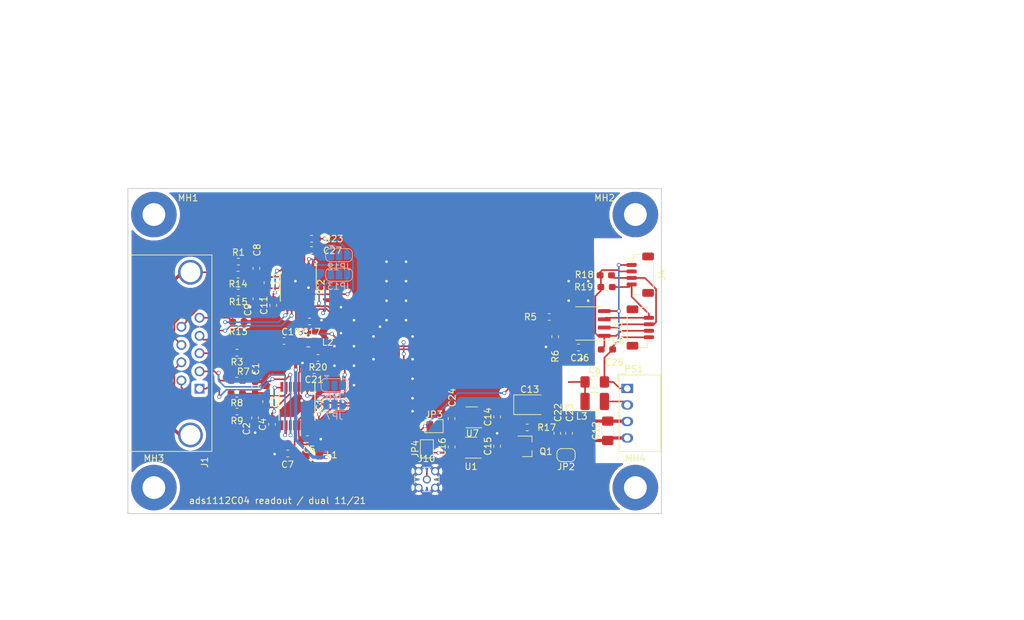
<source format=kicad_pcb>
(kicad_pcb (version 20171130) (host pcbnew "(5.1.5-0)")
  (layers (0 F.Cu signal) (31 B.Cu signal) (34 B.Paste user) (35 F.Paste user) (36 B.SilkS user) (37 F.SilkS user) (38 B.Mask user) (39 F.Mask user) (44 Edge.Cuts user))
  (net 0 "")
  (net 1 GND)
  (net 2 /Channel0/V+)
  (net 3 /Channel1/V+)
  (net 4 /Channel0/I+)
  (net 5 /Channel0/I-)
  (net 6 /Channel1/I+)
  (net 7 /Channel1/I-)
  (net 8 /Channel0/V-)
  (net 9 /Channel1/V-)
  (net 10 /Channel0/Vpower)
  (net 11 /Channel1/Vpower)
  (net 12 "Net-(J1-Pad0)")
  (net 13 "Net-(J1-Pad3)")
  (net 14 "Net-(MH1-Pad1)")
  (net 15 "Net-(MH2-Pad1)")
  (net 16 "Net-(MH3-Pad1)")
  (net 17 "Net-(MH4-Pad1)")
  (net 18 /analog)
  (net 19 "Net-(U1-Pad4)")
  (net 20 GNDPWR)
  (net 21 /Sheet605654E7/i2c_power)
  (net 22 "Net-(C12-Pad1)")
  (net 23 "Net-(C13-Pad1)")
  (net 24 "Net-(C14-Pad1)")
  (net 25 "Net-(L3-Pad1)")
  (net 26 "Net-(U7-Pad4)")
  (net 27 VD)
  (net 28 VCC)
  (net 29 "Net-(C24-Pad1)")
  (net 30 "Net-(J4-Pad3)")
  (net 31 "Net-(J4-Pad4)")
  (net 32 "Net-(C1-Pad2)")
  (net 33 "Net-(C2-Pad1)")
  (net 34 "Net-(C4-Pad2)")
  (net 35 "Net-(C4-Pad1)")
  (net 36 "Net-(C10-Pad1)")
  (net 37 "Net-(C10-Pad2)")
  (net 38 "Net-(C11-Pad2)")
  (net 39 "Net-(C11-Pad1)")
  (net 40 /scl)
  (net 41 /sda)
  (net 42 "Net-(C21-Pad2)")
  (net 43 "Net-(C27-Pad2)")
  (net 44 /Channel0/A1)
  (net 45 /Channel1/A1)
  (net 46 /Channel0/~DRDY)
  (net 47 /Channel1/~DRDY)
  (module Resistor_SMD:R_0603_1608Metric_Pad1.05x0.95mm_HandSolder (layer F.Cu) (at 121.24 82.73 180)
    (fp_text reference R23 (at -3.425 0) (layer F.SilkS))
    (fp_text value 1K)
    (pad 2 smd roundrect (at 0.875 0 180) (size 1.05 0.95) (layers F.Cu F.Paste F.Mask) (net 43 "Net-(C27-Pad2)"))
    (pad 1 smd roundrect (at -0.875 0 180) (size 1.05 0.95) (layers F.Cu F.Paste F.Mask) (net 27 VD))
  )
  (module Resistor_SMD:R_0603_1608Metric_Pad1.05x0.95mm_HandSolder (layer F.Cu) (at 122.225 101.05 180)
    (fp_text reference R20 (at 0 -1.43) (layer F.SilkS))
    (fp_text value 1K)
    (pad 2 smd roundrect (at 0.875 0 180) (size 1.05 0.95) (layers F.Cu F.Paste F.Mask) (net 42 "Net-(C21-Pad2)"))
    (pad 1 smd roundrect (at -0.875 0 180) (size 1.05 0.95) (layers F.Cu F.Paste F.Mask) (net 27 VD))
  )
  (module Jumper:SolderJumper-3_P1.3mm_Open_RoundedPad1.0x1.5mm (layer B.Cu) (at 125.45 88.25)
    (fp_text reference JP13 (at 0 1.8) (layer B.SilkS) (effects (justify mirror)))
    (fp_text value Jumper_3_Open)
    (pad 2 smd rect (at 0 0) (size 1 1.5) (layers B.Cu B.Mask) (net 45 /Channel1/A1))
    (pad 3 smd custom (at 1.3 0) (size 1 0.5) (layers B.Cu B.Mask) (net 41 /sda) (options (clearance outline) (anchor rect)) (primitives (gr_circle (center 0 -0.25) (end 0.5 -0.25) (width 0)) (gr_circle (center 0 0.25) (end 0.5 0.25) (width 0)) (gr_poly (pts (xy -0.55 0.75) (xy 0 0.75) (xy 0 -0.75) (xy -0.55 -0.75)) (width 0))))
    (pad 1 smd custom (at -1.3 0) (size 1 0.5) (layers B.Cu B.Mask) (net 40 /scl) (options (clearance outline) (anchor rect)) (primitives (gr_circle (center 0 -0.25) (end 0.5 -0.25) (width 0)) (gr_circle (center 0 0.25) (end 0.5 0.25) (width 0)) (gr_poly (pts (xy 0.55 0.75) (xy 0 0.75) (xy 0 -0.75) (xy 0.55 -0.75)) (width 0))))
  )
  (module Jumper:SolderJumper-3_P1.3mm_Open_RoundedPad1.0x1.5mm (layer B.Cu) (at 125.45 85.25)
    (fp_text reference JP12 (at 0 1.8) (layer B.SilkS) (effects (justify mirror)))
    (fp_text value Jumper_3_Open)
    (pad 2 smd rect (at 0 0) (size 1 1.5) (layers B.Cu B.Mask) (net 45 /Channel1/A1))
    (pad 3 smd custom (at 1.3 0) (size 1 0.5) (layers B.Cu B.Mask) (net 27 VD) (options (clearance outline) (anchor rect)) (primitives (gr_circle (center 0 -0.25) (end 0.5 -0.25) (width 0)) (gr_circle (center 0 0.25) (end 0.5 0.25) (width 0)) (gr_poly (pts (xy -0.55 0.75) (xy 0 0.75) (xy 0 -0.75) (xy -0.55 -0.75)) (width 0))))
    (pad 1 smd custom (at -1.3 0) (size 1 0.5) (layers B.Cu B.Mask) (net 1 GND) (options (clearance outline) (anchor rect)) (primitives (gr_circle (center 0 -0.25) (end 0.5 -0.25) (width 0)) (gr_circle (center 0 0.25) (end 0.5 0.25) (width 0)) (gr_poly (pts (xy 0.55 0.75) (xy 0 0.75) (xy 0 -0.75) (xy 0.55 -0.75)) (width 0))))
  )
  (module Jumper:SolderJumper-3_P1.3mm_Open_RoundedPad1.0x1.5mm (layer B.Cu) (at 124.75 108.25)
    (fp_text reference JP7 (at 0 1.8) (layer B.SilkS) (effects (justify mirror)))
    (fp_text value Jumper_3_Open)
    (pad 2 smd rect (at 0 0) (size 1 1.5) (layers B.Cu B.Mask) (net 44 /Channel0/A1))
    (pad 3 smd custom (at 1.3 0) (size 1 0.5) (layers B.Cu B.Mask) (net 41 /sda) (options (clearance outline) (anchor rect)) (primitives (gr_circle (center 0 -0.25) (end 0.5 -0.25) (width 0)) (gr_circle (center 0 0.25) (end 0.5 0.25) (width 0)) (gr_poly (pts (xy -0.55 0.75) (xy 0 0.75) (xy 0 -0.75) (xy -0.55 -0.75)) (width 0))))
    (pad 1 smd custom (at -1.3 0) (size 1 0.5) (layers B.Cu B.Mask) (net 40 /scl) (options (clearance outline) (anchor rect)) (primitives (gr_circle (center 0 -0.25) (end 0.5 -0.25) (width 0)) (gr_circle (center 0 0.25) (end 0.5 0.25) (width 0)) (gr_poly (pts (xy 0.55 0.75) (xy 0 0.75) (xy 0 -0.75) (xy 0.55 -0.75)) (width 0))))
  )
  (module Jumper:SolderJumper-3_P1.3mm_Open_RoundedPad1.0x1.5mm (layer B.Cu) (at 124.75 105.25)
    (fp_text reference JP6 (at 0 1.8) (layer B.SilkS) (effects (justify mirror)))
    (fp_text value Jumper_3_Open)
    (pad 2 smd rect (at 0 0) (size 1 1.5) (layers B.Cu B.Mask) (net 44 /Channel0/A1))
    (pad 3 smd custom (at 1.3 0) (size 1 0.5) (layers B.Cu B.Mask) (net 27 VD) (options (clearance outline) (anchor rect)) (primitives (gr_circle (center 0 -0.25) (end 0.5 -0.25) (width 0)) (gr_circle (center 0 0.25) (end 0.5 0.25) (width 0)) (gr_poly (pts (xy -0.55 0.75) (xy 0 0.75) (xy 0 -0.75) (xy -0.55 -0.75)) (width 0))))
    (pad 1 smd custom (at -1.3 0) (size 1 0.5) (layers B.Cu B.Mask) (net 1 GND) (options (clearance outline) (anchor rect)) (primitives (gr_circle (center 0 -0.25) (end 0.5 -0.25) (width 0)) (gr_circle (center 0 0.25) (end 0.5 0.25) (width 0)) (gr_poly (pts (xy 0.55 0.75) (xy 0 0.75) (xy 0 -0.75) (xy 0.55 -0.75)) (width 0))))
  )
  (module Capacitor_SMD:C_0603_1608Metric_Pad1.05x0.95mm_HandSolder (layer F.Cu) (at 121.225 84.45 180)
    (fp_text reference C27 (at -3.225 -0.1) (layer F.SilkS))
    (fp_text value 100nF)
    (pad 2 smd roundrect (at 0.875 0 180) (size 1.05 0.95) (layers F.Cu F.Paste F.Mask) (net 43 "Net-(C27-Pad2)"))
    (pad 1 smd roundrect (at -0.875 0 180) (size 1.05 0.95) (layers F.Cu F.Paste F.Mask) (net 1 GND))
  )
  (module Capacitor_SMD:C_0603_1608Metric_Pad1.05x0.95mm_HandSolder (layer F.Cu) (at 121.625 102.95 180)
    (fp_text reference C21 (at 0 -1.43) (layer F.SilkS))
    (fp_text value 100nF)
    (pad 2 smd roundrect (at 0.875 0 180) (size 1.05 0.95) (layers F.Cu F.Paste F.Mask) (net 42 "Net-(C21-Pad2)"))
    (pad 1 smd roundrect (at -0.875 0 180) (size 1.05 0.95) (layers F.Cu F.Paste F.Mask) (net 1 GND))
  )
  (module Resistor_SMD:R_0603_1608Metric_Pad1.05x0.95mm_HandSolder (layer F.Cu) (at 109.775 100.25 180)
    (fp_text reference R3 (at 0 -1.43) (layer F.SilkS))
    (fp_text value dnf)
    (pad 2 smd roundrect (at 0.875 0 180) (size 1.05 0.95) (layers F.Cu F.Paste F.Mask) (net 13 "Net-(J1-Pad3)"))
    (pad 1 smd roundrect (at -0.875 0 180) (size 1.05 0.95) (layers F.Cu F.Paste F.Mask) (net 1 GND))
  )
  (module Package_SO:TSSOP-16_4.4x5mm_P0.65mm (layer F.Cu) (at 119.15 90.15 270)
    (fp_text reference IC2 (at 0 -3.55 90) (layer F.SilkS))
    (fp_text value ADS112C04IPWR)
    (pad 16 smd rect (at 2.95 -2.275 270) (size 1.5 0.45) (layers F.Cu F.Paste F.Mask) (net 40 /scl))
    (pad 15 smd rect (at 2.95 -1.625 270) (size 1.5 0.45) (layers F.Cu F.Paste F.Mask) (net 41 /sda))
    (pad 14 smd rect (at 2.95 -0.975 270) (size 1.5 0.45) (layers F.Cu F.Paste F.Mask) (net 47 /Channel1/~DRDY))
    (pad 13 smd rect (at 2.95 -0.325 270) (size 1.5 0.45) (layers F.Cu F.Paste F.Mask) (net 27 VD))
    (pad 12 smd rect (at 2.95 0.325 270) (size 1.5 0.45) (layers F.Cu F.Paste F.Mask) (net 11 /Channel1/Vpower))
    (pad 11 smd rect (at 2.95 0.975 270) (size 1.5 0.45) (layers F.Cu F.Paste F.Mask) (net 6 /Channel1/I+))
    (pad 10 smd rect (at 2.95 1.625 270) (size 1.5 0.45) (layers F.Cu F.Paste F.Mask) (net 7 /Channel1/I-))
    (pad 9 smd rect (at 2.95 2.275 270) (size 1.5 0.45) (layers F.Cu F.Paste F.Mask) (net 39 "Net-(C11-Pad1)"))
    (pad 8 smd rect (at -2.95 2.275 270) (size 1.5 0.45) (layers F.Cu F.Paste F.Mask) (net 38 "Net-(C11-Pad2)"))
    (pad 7 smd rect (at -2.95 1.625 270) (size 1.5 0.45) (layers F.Cu F.Paste F.Mask) (net 36 "Net-(C10-Pad1)"))
    (pad 6 smd rect (at -2.95 0.975 270) (size 1.5 0.45) (layers F.Cu F.Paste F.Mask) (net 37 "Net-(C10-Pad2)"))
    (pad 5 smd rect (at -2.95 0.325 270) (size 1.5 0.45) (layers F.Cu F.Paste F.Mask) (net 1 GND))
    (pad 4 smd rect (at -2.95 -0.325 270) (size 1.5 0.45) (layers F.Cu F.Paste F.Mask) (net 1 GND))
    (pad 3 smd rect (at -2.95 -0.975 270) (size 1.5 0.45) (layers F.Cu F.Paste F.Mask) (net 43 "Net-(C27-Pad2)"))
    (pad 2 smd rect (at -2.95 -1.625 270) (size 1.5 0.45) (layers F.Cu F.Paste F.Mask) (net 45 /Channel1/A1))
    (pad 1 smd rect (at -2.95 -2.275 270) (size 1.5 0.45) (layers F.Cu F.Paste F.Mask) (net 1 GND))
  )
  (module Package_SO:TSSOP-16_4.4x5mm_P0.65mm (layer F.Cu) (at 118.95 108.45 270)
    (fp_text reference IC1 (at 0 -3.55 90) (layer F.SilkS))
    (fp_text value ADS112C04IPWR)
    (pad 16 smd rect (at 2.95 -2.275 270) (size 1.5 0.45) (layers F.Cu F.Paste F.Mask) (net 40 /scl))
    (pad 15 smd rect (at 2.95 -1.625 270) (size 1.5 0.45) (layers F.Cu F.Paste F.Mask) (net 41 /sda))
    (pad 14 smd rect (at 2.95 -0.975 270) (size 1.5 0.45) (layers F.Cu F.Paste F.Mask) (net 46 /Channel0/~DRDY))
    (pad 13 smd rect (at 2.95 -0.325 270) (size 1.5 0.45) (layers F.Cu F.Paste F.Mask) (net 27 VD))
    (pad 12 smd rect (at 2.95 0.325 270) (size 1.5 0.45) (layers F.Cu F.Paste F.Mask) (net 10 /Channel0/Vpower))
    (pad 11 smd rect (at 2.95 0.975 270) (size 1.5 0.45) (layers F.Cu F.Paste F.Mask) (net 4 /Channel0/I+))
    (pad 10 smd rect (at 2.95 1.625 270) (size 1.5 0.45) (layers F.Cu F.Paste F.Mask) (net 5 /Channel0/I-))
    (pad 9 smd rect (at 2.95 2.275 270) (size 1.5 0.45) (layers F.Cu F.Paste F.Mask) (net 35 "Net-(C4-Pad1)"))
    (pad 8 smd rect (at -2.95 2.275 270) (size 1.5 0.45) (layers F.Cu F.Paste F.Mask) (net 34 "Net-(C4-Pad2)"))
    (pad 7 smd rect (at -2.95 1.625 270) (size 1.5 0.45) (layers F.Cu F.Paste F.Mask) (net 32 "Net-(C1-Pad2)"))
    (pad 6 smd rect (at -2.95 0.975 270) (size 1.5 0.45) (layers F.Cu F.Paste F.Mask) (net 33 "Net-(C2-Pad1)"))
    (pad 5 smd rect (at -2.95 0.325 270) (size 1.5 0.45) (layers F.Cu F.Paste F.Mask) (net 1 GND))
    (pad 4 smd rect (at -2.95 -0.325 270) (size 1.5 0.45) (layers F.Cu F.Paste F.Mask) (net 1 GND))
    (pad 3 smd rect (at -2.95 -0.975 270) (size 1.5 0.45) (layers F.Cu F.Paste F.Mask) (net 42 "Net-(C21-Pad2)"))
    (pad 2 smd rect (at -2.95 -1.625 270) (size 1.5 0.45) (layers F.Cu F.Paste F.Mask) (net 44 /Channel0/A1))
    (pad 1 smd rect (at -2.95 -2.275 270) (size 1.5 0.45) (layers F.Cu F.Paste F.Mask) (net 27 VD))
  )
  (module Capacitor_SMD:C_0603_1608Metric_Pad1.05x0.95mm_HandSolder (layer F.Cu) (at 117 98.45)
    (fp_text reference C18 (at 1.05 -1.4) (layer F.SilkS))
    (fp_text value 100nF)
    (pad 2 smd roundrect (at 0.875 0) (size 1.05 0.95) (layers F.Cu F.Paste F.Mask) (net 11 /Channel1/Vpower))
    (pad 1 smd roundrect (at -0.875 0) (size 1.05 0.95) (layers F.Cu F.Paste F.Mask) (net 1 GND))
  )
  (module Capacitor_SMD:C_0603_1608Metric_Pad1.05x0.95mm_HandSolder (layer F.Cu) (at 120.925 95.45)
    (fp_text reference C17 (at 0.275 1.6) (layer F.SilkS))
    (fp_text value 100nF)
    (pad 2 smd roundrect (at 0.875 0) (size 1.05 0.95) (layers F.Cu F.Paste F.Mask) (net 1 GND))
    (pad 1 smd roundrect (at -0.875 0) (size 1.05 0.95) (layers F.Cu F.Paste F.Mask) (net 27 VD))
  )
  (module Capacitor_SMD:C_0603_1608Metric_Pad1.05x0.95mm_HandSolder (layer F.Cu) (at 115.35 92.975 90)
    (fp_text reference C11 (at 0 -1.43 90) (layer F.SilkS))
    (fp_text value 100nF)
    (pad 2 smd roundrect (at 0.875 0 90) (size 1.05 0.95) (layers F.Cu F.Paste F.Mask) (net 38 "Net-(C11-Pad2)"))
    (pad 1 smd roundrect (at -0.875 0 90) (size 1.05 0.95) (layers F.Cu F.Paste F.Mask) (net 39 "Net-(C11-Pad1)"))
  )
  (module Capacitor_SMD:C_0603_1608Metric_Pad1.05x0.95mm_HandSolder (layer F.Cu) (at 114.45 89.475 270)
    (fp_text reference C10 (at 0 -1.43 90) (layer F.SilkS))
    (fp_text value 1uF)
    (pad 2 smd roundrect (at 0.875 0 270) (size 1.05 0.95) (layers F.Cu F.Paste F.Mask) (net 37 "Net-(C10-Pad2)"))
    (pad 1 smd roundrect (at -0.875 0 270) (size 1.05 0.95) (layers F.Cu F.Paste F.Mask) (net 36 "Net-(C10-Pad1)"))
  )
  (module Capacitor_SMD:C_0603_1608Metric_Pad1.05x0.95mm_HandSolder (layer F.Cu) (at 112.75 91.975 270)
    (fp_text reference C9 (at 1.675 1.3 90) (layer F.SilkS))
    (fp_text value 100nF)
    (pad 2 smd roundrect (at 0.875 0 270) (size 1.05 0.95) (layers F.Cu F.Paste F.Mask) (net 1 GND))
    (pad 1 smd roundrect (at -0.875 0 270) (size 1.05 0.95) (layers F.Cu F.Paste F.Mask) (net 37 "Net-(C10-Pad2)"))
  )
  (module Capacitor_SMD:C_0603_1608Metric_Pad1.05x0.95mm_HandSolder (layer F.Cu) (at 112.75 87.275 270)
    (fp_text reference C8 (at -2.825 -0.1 90) (layer F.SilkS))
    (fp_text value 100nF)
    (pad 2 smd roundrect (at 0.875 0 270) (size 1.05 0.95) (layers F.Cu F.Paste F.Mask) (net 36 "Net-(C10-Pad1)"))
    (pad 1 smd roundrect (at -0.875 0 270) (size 1.05 0.95) (layers F.Cu F.Paste F.Mask) (net 1 GND))
  )
  (module Capacitor_SMD:C_0603_1608Metric_Pad1.05x0.95mm_HandSolder (layer F.Cu) (at 117.575 115.75)
    (fp_text reference C7 (at -0.025 1.7) (layer F.SilkS))
    (fp_text value 100nF)
    (pad 2 smd roundrect (at 0.875 0) (size 1.05 0.95) (layers F.Cu F.Paste F.Mask) (net 10 /Channel0/Vpower))
    (pad 1 smd roundrect (at -0.875 0) (size 1.05 0.95) (layers F.Cu F.Paste F.Mask) (net 1 GND))
  )
  (module Capacitor_SMD:C_0603_1608Metric_Pad1.05x0.95mm_HandSolder (layer F.Cu) (at 120.575 113.55)
    (fp_text reference C5 (at 0.275 1.6) (layer F.SilkS))
    (fp_text value 100nF)
    (pad 2 smd roundrect (at 0.875 0) (size 1.05 0.95) (layers F.Cu F.Paste F.Mask) (net 1 GND))
    (pad 1 smd roundrect (at -0.875 0) (size 1.05 0.95) (layers F.Cu F.Paste F.Mask) (net 27 VD))
  )
  (module Capacitor_SMD:C_0603_1608Metric_Pad1.05x0.95mm_HandSolder (layer F.Cu) (at 115.15 111.275 90)
    (fp_text reference C4 (at 0 -1.43 90) (layer F.SilkS))
    (fp_text value 100nF)
    (pad 2 smd roundrect (at 0.875 0 90) (size 1.05 0.95) (layers F.Cu F.Paste F.Mask) (net 34 "Net-(C4-Pad2)"))
    (pad 1 smd roundrect (at -0.875 0 90) (size 1.05 0.95) (layers F.Cu F.Paste F.Mask) (net 35 "Net-(C4-Pad1)"))
  )
  (module Capacitor_SMD:C_0603_1608Metric_Pad1.05x0.95mm_HandSolder (layer F.Cu) (at 114.25 107.775 270)
    (fp_text reference C3 (at 0 -1.43 90) (layer F.SilkS))
    (fp_text value 1uF)
    (pad 2 smd roundrect (at 0.875 0 270) (size 1.05 0.95) (layers F.Cu F.Paste F.Mask) (net 33 "Net-(C2-Pad1)"))
    (pad 1 smd roundrect (at -0.875 0 270) (size 1.05 0.95) (layers F.Cu F.Paste F.Mask) (net 32 "Net-(C1-Pad2)"))
  )
  (module Capacitor_SMD:C_0603_1608Metric_Pad1.05x0.95mm_HandSolder (layer F.Cu) (at 112.55 110.275 270)
    (fp_text reference C2 (at 1.675 1.3 90) (layer F.SilkS))
    (fp_text value 100nF)
    (pad 2 smd roundrect (at 0.875 0 270) (size 1.05 0.95) (layers F.Cu F.Paste F.Mask) (net 1 GND))
    (pad 1 smd roundrect (at -0.875 0 270) (size 1.05 0.95) (layers F.Cu F.Paste F.Mask) (net 33 "Net-(C2-Pad1)"))
  )
  (module Capacitor_SMD:C_0603_1608Metric_Pad1.05x0.95mm_HandSolder (layer F.Cu) (at 112.55 105.575 270)
    (fp_text reference C1 (at -2.825 -0.1 90) (layer F.SilkS))
    (fp_text value 100nF)
    (pad 2 smd roundrect (at 0.875 0 270) (size 1.05 0.95) (layers F.Cu F.Paste F.Mask) (net 32 "Net-(C1-Pad2)"))
    (pad 1 smd roundrect (at -0.875 0 270) (size 1.05 0.95) (layers F.Cu F.Paste F.Mask) (net 1 GND))
  )
  (module Capacitor_Tantalum_SMD:CP_EIA-3528-12_Kemet-T (layer F.Cu) (at 154.7625 108.25)
    (fp_text reference C13 (at 0 -2.35) (layer F.SilkS))
    (fp_text value 100uF)
    (pad 2 smd roundrect (at 1.5375 0) (size 1.325 2.35) (layers F.Cu F.Paste F.Mask) (roundrect_rratio 0.188679) (net 1 GND))
    (pad 1 smd roundrect (at -1.5375 0) (size 1.325 2.35) (layers F.Cu F.Paste F.Mask) (roundrect_rratio 0.188679) (net 23 "Net-(C13-Pad1)"))
  )
  (module 0my_footprints:MMCX_JLC (layer F.Cu) (at 138.95 119.75)
    (fp_text reference J10 (at -0.04 -3.2) (layer F.SilkS))
    (fp_text value MMCX)
    (pad 2 thru_hole circle (at -1.27 1.27) (size 1.24 1.24) (drill 0.84) (layers *.Cu *.Mask) (net 1 GND))
    (pad 2 thru_hole circle (at 1.27 -1.27) (size 1.24 1.24) (drill 0.84) (layers *.Cu *.Mask) (net 1 GND))
    (pad 2 thru_hole circle (at 1.27 1.27) (size 1.24 1.24) (drill 0.84) (layers *.Cu *.Mask) (net 1 GND))
    (pad 2 thru_hole circle (at -1.27 -1.27) (size 1.24 1.24) (drill 0.84) (layers *.Cu *.Mask) (net 1 GND))
    (pad 1 thru_hole circle (at 0 0) (size 1.24 1.24) (drill 0.84) (layers *.Cu *.Mask) (net 18 /analog))
  )
  (module Resistor_SMD:R_0603_1608Metric_Pad1.05x0.95mm_HandSolder (layer F.Cu) (at 166.575 90.15 180)
    (fp_text reference R19 (at 3.525 0) (layer F.SilkS))
    (fp_text value 4.7K)
    (pad 2 smd roundrect (at 0.875 0 180) (size 1.05 0.95) (layers F.Cu F.Paste F.Mask) (net 28 VCC))
    (pad 1 smd roundrect (at -0.875 0 180) (size 1.05 0.95) (layers F.Cu F.Paste F.Mask) (net 31 "Net-(J4-Pad4)"))
  )
  (module Resistor_SMD:R_0603_1608Metric_Pad1.05x0.95mm_HandSolder (layer F.Cu) (at 166.45 88.35 180)
    (fp_text reference R18 (at 3.3 0.1) (layer F.SilkS))
    (fp_text value 4.7K)
    (pad 2 smd roundrect (at 0.875 0 180) (size 1.05 0.95) (layers F.Cu F.Paste F.Mask) (net 28 VCC))
    (pad 1 smd roundrect (at -0.875 0 180) (size 1.05 0.95) (layers F.Cu F.Paste F.Mask) (net 30 "Net-(J4-Pad3)"))
  )
  (module Jumper:SolderJumper-2_P1.3mm_Open_Pad1.0x1.5mm (layer F.Cu) (at 138.95 115.05 90)
    (fp_text reference JP4 (at 0 -1.8 90) (layer F.SilkS))
    (fp_text value Jumper_NO_Small)
    (pad 1 smd rect (at -0.65 0 90) (size 1 1.5) (layers F.Cu F.Mask) (net 18 /analog))
    (pad 2 smd rect (at 0.65 0 90) (size 1 1.5) (layers F.Cu F.Mask) (net 27 VD))
  )
  (module Jumper:SolderJumper-2_P1.3mm_Open_Pad1.0x1.5mm (layer F.Cu) (at 140.05 111.55)
    (fp_text reference JP3 (at 0 -1.8) (layer F.SilkS))
    (fp_text value Jumper_NO_Small)
    (pad 1 smd rect (at -0.65 0) (size 1 1.5) (layers F.Cu F.Mask) (net 27 VD))
    (pad 2 smd rect (at 0.65 0) (size 1 1.5) (layers F.Cu F.Mask) (net 29 "Net-(C24-Pad1)"))
  )
  (module Capacitor_SMD:C_0603_1608Metric_Pad1.05x0.95mm_HandSolder (layer F.Cu) (at 162.25 99.45 180)
    (fp_text reference C26 (at -0.2 -1.6) (layer F.SilkS))
    (fp_text value 100nF)
    (pad 2 smd roundrect (at 0.875 0 180) (size 1.05 0.95) (layers F.Cu F.Paste F.Mask) (net 27 VD))
    (pad 1 smd roundrect (at -0.875 0 180) (size 1.05 0.95) (layers F.Cu F.Paste F.Mask) (net 1 GND))
  )
  (module Capacitor_SMD:C_0603_1608Metric_Pad1.05x0.95mm_HandSolder (layer F.Cu) (at 166.625 99.75)
    (fp_text reference C25 (at 1.125 2) (layer F.SilkS))
    (fp_text value 100nF)
    (pad 2 smd roundrect (at 0.875 0) (size 1.05 0.95) (layers F.Cu F.Paste F.Mask) (net 20 GNDPWR))
    (pad 1 smd roundrect (at -0.875 0) (size 1.05 0.95) (layers F.Cu F.Paste F.Mask) (net 28 VCC))
  )
  (module Package_SO:SOIC-8_3.9x4.9mm_P1.27mm (layer F.Cu) (at 163.75 95.75 180)
    (fp_text reference U8 (at -4.6 -2.7) (layer F.SilkS))
    (fp_text value ISO1541)
    (pad 8 smd roundrect (at 2.475 -1.905 180) (size 1.95 0.6) (layers F.Cu F.Paste F.Mask) (net 27 VD))
    (pad 7 smd roundrect (at 2.475 -0.635 180) (size 1.95 0.6) (layers F.Cu F.Paste F.Mask) (net 41 /sda))
    (pad 6 smd roundrect (at 2.475 0.635 180) (size 1.95 0.6) (layers F.Cu F.Paste F.Mask) (net 40 /scl))
    (pad 5 smd roundrect (at 2.475 1.905 180) (size 1.95 0.6) (layers F.Cu F.Paste F.Mask) (net 1 GND))
    (pad 4 smd roundrect (at -2.475 1.905 180) (size 1.95 0.6) (layers F.Cu F.Paste F.Mask) (net 20 GNDPWR))
    (pad 3 smd roundrect (at -2.475 0.635 180) (size 1.95 0.6) (layers F.Cu F.Paste F.Mask) (net 31 "Net-(J4-Pad4)"))
    (pad 2 smd roundrect (at -2.475 -0.635 180) (size 1.95 0.6) (layers F.Cu F.Paste F.Mask) (net 30 "Net-(J4-Pad3)"))
    (pad 1 smd roundrect (at -2.475 -1.905 180) (size 1.95 0.6) (layers F.Cu F.Paste F.Mask) (net 28 VCC))
  )
  (module Package_TO_SOT_SMD:SOT-23-5 (layer F.Cu) (at 145.85 110.2 180)
    (fp_text reference U7 (at -0.1 -2.45) (layer F.SilkS))
    (fp_text value LP5907MFX-3.3)
    (pad 5 smd rect (at 1.1 -0.95 180) (size 1.06 0.65) (layers F.Cu F.Paste F.Mask) (net 29 "Net-(C24-Pad1)"))
    (pad 4 smd rect (at 1.1 0.95 180) (size 1.06 0.65) (layers F.Cu F.Paste F.Mask) (net 26 "Net-(U7-Pad4)"))
    (pad 3 smd rect (at -1.1 0.95 180) (size 1.06 0.65) (layers F.Cu F.Paste F.Mask) (net 24 "Net-(C14-Pad1)"))
    (pad 2 smd rect (at -1.1 0 180) (size 1.06 0.65) (layers F.Cu F.Paste F.Mask) (net 1 GND))
    (pad 1 smd rect (at -1.1 -0.95 180) (size 1.06 0.65) (layers F.Cu F.Paste F.Mask) (net 24 "Net-(C14-Pad1)"))
  )
  (module Package_TO_SOT_SMD:SOT-23-5 (layer F.Cu) (at 145.75 114.86 180)
    (fp_text reference U1 (at 0 -2.9) (layer F.SilkS))
    (fp_text value LP5907MFX-3.3)
    (pad 5 smd rect (at 1.1 -0.95 180) (size 1.06 0.65) (layers F.Cu F.Paste F.Mask) (net 18 /analog))
    (pad 4 smd rect (at 1.1 0.95 180) (size 1.06 0.65) (layers F.Cu F.Paste F.Mask) (net 19 "Net-(U1-Pad4)"))
    (pad 3 smd rect (at -1.1 0.95 180) (size 1.06 0.65) (layers F.Cu F.Paste F.Mask) (net 24 "Net-(C14-Pad1)"))
    (pad 2 smd rect (at -1.1 0 180) (size 1.06 0.65) (layers F.Cu F.Paste F.Mask) (net 1 GND))
    (pad 1 smd rect (at -1.1 -0.95 180) (size 1.06 0.65) (layers F.Cu F.Paste F.Mask) (net 24 "Net-(C14-Pad1)"))
  )
  (module Resistor_SMD:R_0603_1608Metric_Pad1.05x0.95mm_HandSolder (layer F.Cu) (at 154.375 111.75 180)
    (fp_text reference R17 (at -3 0) (layer F.SilkS))
    (fp_text value 1K)
    (pad 2 smd roundrect (at 0.875 0 180) (size 1.05 0.95) (layers F.Cu F.Paste F.Mask) (net 23 "Net-(C13-Pad1)"))
    (pad 1 smd roundrect (at -0.875 0 180) (size 1.05 0.95) (layers F.Cu F.Paste F.Mask) (net 22 "Net-(C12-Pad1)"))
  )
  (module Inductor_SMD:L_1210_3225Metric_Pad1.42x2.65mm_HandSolder (layer F.Cu) (at 164.75 107.75 180)
    (fp_text reference L3 (at 2 -2.28) (layer F.SilkS))
    (fp_text value 6.8uH)
    (pad 2 smd roundrect (at 1.4875 0 180) (size 1.425 2.65) (layers F.Cu F.Paste F.Mask) (roundrect_rratio 0.175439) (net 21 /Sheet605654E7/i2c_power))
    (pad 1 smd roundrect (at -1.4875 0 180) (size 1.425 2.65) (layers F.Cu F.Paste F.Mask) (roundrect_rratio 0.175439) (net 25 "Net-(L3-Pad1)"))
  )
  (module Connector_JST:JST_SH_BM04B-SRSS-TB_1x04-1MP_P1.00mm_Vertical (layer F.Cu) (at 171.75 96.38 90)
    (fp_text reference J5 (at 0 -3.3 90) (layer F.SilkS))
    (fp_text value A1001WV-S-04P)
    (pad 1 smd roundrect (at -1.5 1.325 90) (size 0.6 1.55) (layers F.Cu F.Paste F.Mask) (net 20 GNDPWR))
    (pad 2 smd roundrect (at -0.5 1.325 90) (size 0.6 1.55) (layers F.Cu F.Paste F.Mask) (net 28 VCC))
    (pad 3 smd roundrect (at 0.5 1.325 90) (size 0.6 1.55) (layers F.Cu F.Paste F.Mask) (net 30 "Net-(J4-Pad3)"))
    (pad 4 smd roundrect (at 1.5 1.325 90) (size 0.6 1.55) (layers F.Cu F.Paste F.Mask) (net 31 "Net-(J4-Pad4)"))
    (pad MP smd roundrect (at -2.8 -1.2 90) (size 1.2 1.8) (layers F.Cu F.Paste F.Mask) (roundrect_rratio 0.208333))
    (pad MP smd roundrect (at 2.8 -1.2 90) (size 1.2 1.8) (layers F.Cu F.Paste F.Mask) (roundrect_rratio 0.208333))
  )
  (module Connector_JST:JST_SH_BM04B-SRSS-TB_1x04-1MP_P1.00mm_Vertical (layer F.Cu) (at 171.75 88.25 270)
    (fp_text reference J4 (at 0 -3.3 90) (layer F.SilkS))
    (fp_text value A1001WV-S-04P)
    (pad 1 smd roundrect (at -1.5 1.325 270) (size 0.6 1.55) (layers F.Cu F.Paste F.Mask) (net 20 GNDPWR))
    (pad 2 smd roundrect (at -0.5 1.325 270) (size 0.6 1.55) (layers F.Cu F.Paste F.Mask) (net 28 VCC))
    (pad 3 smd roundrect (at 0.5 1.325 270) (size 0.6 1.55) (layers F.Cu F.Paste F.Mask) (net 30 "Net-(J4-Pad3)"))
    (pad 4 smd roundrect (at 1.5 1.325 270) (size 0.6 1.55) (layers F.Cu F.Paste F.Mask) (net 31 "Net-(J4-Pad4)"))
    (pad MP smd roundrect (at -2.8 -1.2 270) (size 1.2 1.8) (layers F.Cu F.Paste F.Mask) (roundrect_rratio 0.208333))
    (pad MP smd roundrect (at 2.8 -1.2 270) (size 1.2 1.8) (layers F.Cu F.Paste F.Mask) (roundrect_rratio 0.208333))
  )
  (module Capacitor_SMD:C_0603_1608Metric_Pad1.05x0.95mm_HandSolder (layer F.Cu) (at 142.75 110.375 90)
    (fp_text reference C24 (at 3.225 0.1 90) (layer F.SilkS))
    (fp_text value 1uF)
    (pad 2 smd roundrect (at 0.875 0 90) (size 1.05 0.95) (layers F.Cu F.Paste F.Mask) (net 1 GND))
    (pad 1 smd roundrect (at -0.875 0 90) (size 1.05 0.95) (layers F.Cu F.Paste F.Mask) (net 29 "Net-(C24-Pad1)"))
  )
  (module Capacitor_SMD:C_0603_1608Metric_Pad1.05x0.95mm_HandSolder (layer F.Cu) (at 142.75 114.75 90)
    (fp_text reference C16 (at 0 -1.43 90) (layer F.SilkS))
    (fp_text value 1uF)
    (pad 2 smd roundrect (at 0.875 0 90) (size 1.05 0.95) (layers F.Cu F.Paste F.Mask) (net 1 GND))
    (pad 1 smd roundrect (at -0.875 0 90) (size 1.05 0.95) (layers F.Cu F.Paste F.Mask) (net 18 /analog))
  )
  (module Capacitor_SMD:C_0603_1608Metric_Pad1.05x0.95mm_HandSolder (layer F.Cu) (at 149.75 114.625 90)
    (fp_text reference C15 (at 0 -1.43 90) (layer F.SilkS))
    (fp_text value 1uF)
    (pad 2 smd roundrect (at 0.875 0 90) (size 1.05 0.95) (layers F.Cu F.Paste F.Mask) (net 1 GND))
    (pad 1 smd roundrect (at -0.875 0 90) (size 1.05 0.95) (layers F.Cu F.Paste F.Mask) (net 24 "Net-(C14-Pad1)"))
  )
  (module Capacitor_SMD:C_0603_1608Metric_Pad1.05x0.95mm_HandSolder (layer F.Cu) (at 149.75 110.125 90)
    (fp_text reference C14 (at 0 -1.43 90) (layer F.SilkS))
    (fp_text value 1uF)
    (pad 2 smd roundrect (at 0.875 0 90) (size 1.05 0.95) (layers F.Cu F.Paste F.Mask) (net 1 GND))
    (pad 1 smd roundrect (at -0.875 0 90) (size 1.05 0.95) (layers F.Cu F.Paste F.Mask) (net 24 "Net-(C14-Pad1)"))
  )
  (module Capacitor_SMD:C_1206_3216Metric_Pad1.42x1.75mm_HandSolder (layer F.Cu) (at 166.75 112.2625 90)
    (fp_text reference C12 (at 0 -1.82 90) (layer F.SilkS))
    (fp_text value 10uF_1206_50V)
    (pad 2 smd roundrect (at 1.4875 0 90) (size 1.425 1.75) (layers F.Cu F.Paste F.Mask) (roundrect_rratio 0.175439) (net 1 GND))
    (pad 1 smd roundrect (at -1.4875 0 90) (size 1.425 1.75) (layers F.Cu F.Paste F.Mask) (roundrect_rratio 0.175439) (net 22 "Net-(C12-Pad1)"))
  )
  (module Capacitor_SMD:C_1206_3216Metric_Pad1.42x1.75mm_HandSolder (layer F.Cu) (at 164.75 104.75)
    (fp_text reference C6 (at 0 -1.82) (layer F.SilkS))
    (fp_text value 4.7uF_1206_50V)
    (pad 2 smd roundrect (at 1.4875 0) (size 1.425 1.75) (layers F.Cu F.Paste F.Mask) (roundrect_rratio 0.175439) (net 20 GNDPWR))
    (pad 1 smd roundrect (at -1.4875 0) (size 1.425 1.75) (layers F.Cu F.Paste F.Mask) (roundrect_rratio 0.175439) (net 21 /Sheet605654E7/i2c_power))
  )
  (module Resistor_SMD:R_0603_1608Metric_Pad1.05x0.95mm_HandSolder (layer F.Cu) (at 158.675 97.8 90)
    (fp_text reference R6 (at -3 0 90) (layer F.SilkS))
    (fp_text value 4.7K)
    (pad 2 smd roundrect (at 0.875 0 90) (size 1.05 0.95) (layers F.Cu F.Paste F.Mask) (net 41 /sda))
    (pad 1 smd roundrect (at -0.875 0 90) (size 1.05 0.95) (layers F.Cu F.Paste F.Mask) (net 27 VD))
  )
  (module Resistor_SMD:R_0603_1608Metric_Pad1.05x0.95mm_HandSolder (layer F.Cu) (at 157.75 94.75)
    (fp_text reference R5 (at -2.875 0) (layer F.SilkS))
    (fp_text value 4.7K)
    (pad 2 smd roundrect (at 0.875 0) (size 1.05 0.95) (layers F.Cu F.Paste F.Mask) (net 40 /scl))
    (pad 1 smd roundrect (at -0.875 0) (size 1.05 0.95) (layers F.Cu F.Paste F.Mask) (net 27 VD))
  )
  (module Converter_DCDC:Converter_DCDC_muRata_CRE1xxxxxx3C_THT (layer F.Cu) (at 169.75 105.75)
    (fp_text reference PS1 (at 1 -3) (layer F.SilkS))
    (fp_text value B0305S-1WR2)
    (pad 1 thru_hole rect (at 0 0 270) (size 1.4 1.8) (drill 1) (layers *.Cu *.Mask) (net 20 GNDPWR))
    (pad 2 thru_hole oval (at 0 2.54 270) (size 1.4 1.8) (drill 1) (layers *.Cu *.Mask) (net 25 "Net-(L3-Pad1)"))
    (pad 3 thru_hole oval (at 0 5.08 270) (size 1.4 1.8) (drill 1) (layers *.Cu *.Mask) (net 1 GND))
    (pad 4 thru_hole oval (at 0 7.62 270) (size 1.4 1.8) (drill 1) (layers *.Cu *.Mask) (net 22 "Net-(C12-Pad1)"))
  )
  (module Package_TO_SOT_SMD:SOT-23 (layer F.Cu) (at 154.35 114.65)
    (fp_text reference Q1 (at 2.9 0.8) (layer F.SilkS))
    (fp_text value BC847C)
    (pad 3 smd rect (at 1 0) (size 0.9 0.8) (layers F.Cu F.Paste F.Mask) (net 22 "Net-(C12-Pad1)"))
    (pad 2 smd rect (at -1 0.95) (size 0.9 0.8) (layers F.Cu F.Paste F.Mask) (net 24 "Net-(C14-Pad1)"))
    (pad 1 smd rect (at -1 -0.95) (size 0.9 0.8) (layers F.Cu F.Paste F.Mask) (net 23 "Net-(C13-Pad1)"))
  )
  (module Jumper:SolderJumper-2_P1.3mm_Open_RoundedPad1.0x1.5mm (layer F.Cu) (at 160.35 116 180)
    (fp_text reference JP2 (at 0 -1.8) (layer F.SilkS))
    (fp_text value Jumper_2_Open)
    (pad 2 smd custom (at 0.65 0 180) (size 1 0.5) (layers F.Cu F.Mask) (net 24 "Net-(C14-Pad1)") (options (clearance outline) (anchor rect)) (primitives (gr_circle (center 0 0.25) (end 0.5 0.25) (width 0)) (gr_circle (center 0 -0.25) (end 0.5 -0.25) (width 0)) (gr_poly (pts (xy 0 -0.75) (xy -0.5 -0.75) (xy -0.5 0.75) (xy 0 0.75)) (width 0))))
    (pad 1 smd custom (at -0.65 0 180) (size 1 0.5) (layers F.Cu F.Mask) (net 22 "Net-(C12-Pad1)") (options (clearance outline) (anchor rect)) (primitives (gr_circle (center 0 0.25) (end 0.5 0.25) (width 0)) (gr_circle (center 0 -0.25) (end 0.5 -0.25) (width 0)) (gr_poly (pts (xy 0 -0.75) (xy 0.5 -0.75) (xy 0.5 0.75) (xy 0 0.75)) (width 0))))
  )
  (module Capacitor_SMD:C_0603_1608Metric_Pad1.05x0.95mm_HandSolder (layer F.Cu) (at 160.8 112.65 270)
    (fp_text reference C23 (at -3.2 -0.1 90) (layer F.SilkS))
    (fp_text value 10nF)
    (pad 2 smd roundrect (at 0.875 0 270) (size 1.05 0.95) (layers F.Cu F.Paste F.Mask) (net 22 "Net-(C12-Pad1)"))
    (pad 1 smd roundrect (at -0.875 0 270) (size 1.05 0.95) (layers F.Cu F.Paste F.Mask) (net 1 GND))
  )
  (module Capacitor_SMD:C_0603_1608Metric_Pad1.05x0.95mm_HandSolder (layer F.Cu) (at 159 112.65 270)
    (fp_text reference C22 (at -3.2 -0.1 90) (layer F.SilkS))
    (fp_text value 100nF)
    (pad 2 smd roundrect (at 0.875 0 270) (size 1.05 0.95) (layers F.Cu F.Paste F.Mask) (net 22 "Net-(C12-Pad1)"))
    (pad 1 smd roundrect (at -0.875 0 270) (size 1.05 0.95) (layers F.Cu F.Paste F.Mask) (net 1 GND))
  )
  (module Inductor_SMD:L_0805_2012Metric_Pad1.15x1.40mm_HandSolder (layer F.Cu) (at 120.725 98.65 180)
    (fp_text reference L2 (at -2.975 0) (layer F.SilkS))
    (fp_text value "MMZ2012Y202B ")
    (pad 2 smd roundrect (at 1.025 0 180) (size 1.15 1.4) (layers F.Cu F.Paste F.Mask) (roundrect_rratio 0.217391) (net 11 /Channel1/Vpower))
    (pad 1 smd roundrect (at -1.025 0 180) (size 1.15 1.4) (layers F.Cu F.Paste F.Mask) (roundrect_rratio 0.217391) (net 18 /analog))
  )
  (module Inductor_SMD:L_0805_2012Metric_Pad1.15x1.40mm_HandSolder (layer F.Cu) (at 121.375 115.975 180)
    (fp_text reference L1 (at -2.975 0) (layer F.SilkS))
    (fp_text value "MMZ2012Y202B ")
    (pad 2 smd roundrect (at 1.025 0 180) (size 1.15 1.4) (layers F.Cu F.Paste F.Mask) (roundrect_rratio 0.217391) (net 10 /Channel0/Vpower))
    (pad 1 smd roundrect (at -1.025 0 180) (size 1.15 1.4) (layers F.Cu F.Paste F.Mask) (roundrect_rratio 0.217391) (net 18 /analog))
  )
  (module Resistor_SMD:R_0603_1608Metric_Pad1.05x0.95mm_HandSolder (layer F.Cu) (at 109.968 91 180)
    (fp_text reference R15 (at 0 -1.43) (layer F.SilkS))
    (fp_text value 100K)
    (pad 2 smd roundrect (at 0.875 0 180) (size 1.05 0.95) (layers F.Cu F.Paste F.Mask) (net 9 /Channel1/V-))
    (pad 1 smd roundrect (at -0.875 0 180) (size 1.05 0.95) (layers F.Cu F.Paste F.Mask) (net 37 "Net-(C10-Pad2)"))
  )
  (module Resistor_SMD:R_0603_1608Metric_Pad1.05x0.95mm_HandSolder (layer F.Cu) (at 109.936 88.25 180)
    (fp_text reference R14 (at 0 -1.43) (layer F.SilkS))
    (fp_text value 100K)
    (pad 2 smd roundrect (at 0.875 0 180) (size 1.05 0.95) (layers F.Cu F.Paste F.Mask) (net 3 /Channel1/V+))
    (pad 1 smd roundrect (at -0.875 0 180) (size 1.05 0.95) (layers F.Cu F.Paste F.Mask) (net 36 "Net-(C10-Pad1)"))
  )
  (module Resistor_SMD:R_0603_1608Metric_Pad1.05x0.95mm_HandSolder (layer F.Cu) (at 109.968 95.5)
    (fp_text reference R13 (at 0 1.5) (layer F.SilkS))
    (fp_text value "10K 0.1%")
    (pad 2 smd roundrect (at 0.875 0) (size 1.05 0.95) (layers F.Cu F.Paste F.Mask) (net 1 GND))
    (pad 1 smd roundrect (at -0.875 0) (size 1.05 0.95) (layers F.Cu F.Paste F.Mask) (net 7 /Channel1/I-))
  )
  (module Resistor_SMD:R_0603_1608Metric_Pad1.05x0.95mm_HandSolder (layer F.Cu) (at 109.768 109.3 180)
    (fp_text reference R9 (at 0 -1.43) (layer F.SilkS))
    (fp_text value 100K)
    (pad 2 smd roundrect (at 0.875 0 180) (size 1.05 0.95) (layers F.Cu F.Paste F.Mask) (net 8 /Channel0/V-))
    (pad 1 smd roundrect (at -0.875 0 180) (size 1.05 0.95) (layers F.Cu F.Paste F.Mask) (net 33 "Net-(C2-Pad1)"))
  )
  (module Resistor_SMD:R_0603_1608Metric_Pad1.05x0.95mm_HandSolder (layer F.Cu) (at 109.736 106.55 180)
    (fp_text reference R8 (at 0 -1.43) (layer F.SilkS))
    (fp_text value 100K)
    (pad 2 smd roundrect (at 0.875 0 180) (size 1.05 0.95) (layers F.Cu F.Paste F.Mask) (net 2 /Channel0/V+))
    (pad 1 smd roundrect (at -0.875 0 180) (size 1.05 0.95) (layers F.Cu F.Paste F.Mask) (net 32 "Net-(C1-Pad2)"))
  )
  (module Resistor_SMD:R_0603_1608Metric_Pad1.05x0.95mm_HandSolder (layer F.Cu) (at 109.75 104.55)
    (fp_text reference R7 (at 1 -1.4) (layer F.SilkS))
    (fp_text value "10K 0.1%")
    (pad 2 smd roundrect (at 0.875 0) (size 1.05 0.95) (layers F.Cu F.Paste F.Mask) (net 1 GND))
    (pad 1 smd roundrect (at -0.875 0) (size 1.05 0.95) (layers F.Cu F.Paste F.Mask) (net 5 /Channel0/I-))
  )
  (module Resistor_SMD:R_0603_1608Metric_Pad1.05x0.95mm_HandSolder (layer F.Cu) (at 110 86.25)
    (fp_text reference R1 (at 0 -1.43) (layer F.SilkS))
    (fp_text value dnf)
    (pad 2 smd roundrect (at 0.875 0) (size 1.05 0.95) (layers F.Cu F.Paste F.Mask) (net 1 GND))
    (pad 1 smd roundrect (at -0.875 0) (size 1.05 0.95) (layers F.Cu F.Paste F.Mask) (net 12 "Net-(J1-Pad0)"))
  )
  (module Connectors_DSub:DB9_ASSMANN (layer F.Cu) (at 104.013 105.791 270)
    (fp_text reference J1 (at 11.309 -0.787 90) (layer F.SilkS))
    (fp_text value DB9_Female_MountingHoles)
    (pad 0 thru_hole circle (at -17.91 1.4 270) (size 3.81 3.81) (drill 3.05) (layers *.Cu *.Mask) (net 12 "Net-(J1-Pad0)"))
    (pad 0 thru_hole circle (at 7.11 1.4 270) (size 3.81 3.81) (drill 3.05) (layers *.Cu *.Mask) (net 12 "Net-(J1-Pad0)"))
    (pad 1 thru_hole rect (at 0 0 270) (size 1.52 1.52) (drill 1.02) (layers *.Cu *.Mask) (net 4 /Channel0/I+))
    (pad 2 thru_hole circle (at -2.67 0 270) (size 1.52 1.52) (drill 1.02) (layers *.Cu *.Mask) (net 5 /Channel0/I-))
    (pad 3 thru_hole circle (at -5.46 0 270) (size 1.52 1.52) (drill 1.02) (layers *.Cu *.Mask) (net 13 "Net-(J1-Pad3)"))
    (pad 4 thru_hole circle (at -8.13 0 270) (size 1.52 1.52) (drill 1.02) (layers *.Cu *.Mask) (net 6 /Channel1/I+))
    (pad 5 thru_hole circle (at -10.92 0 270) (size 1.52 1.52) (drill 1.02) (layers *.Cu *.Mask) (net 7 /Channel1/I-))
    (pad 6 thru_hole circle (at -1.27 2.79 270) (size 1.52 1.52) (drill 1.02) (layers *.Cu *.Mask) (net 2 /Channel0/V+))
    (pad 7 thru_hole circle (at -4.06 2.79 270) (size 1.52 1.52) (drill 1.02) (layers *.Cu *.Mask) (net 8 /Channel0/V-))
    (pad 8 thru_hole circle (at -6.73 2.79 270) (size 1.52 1.52) (drill 1.02) (layers *.Cu *.Mask) (net 3 /Channel1/V+))
    (pad 9 thru_hole circle (at -9.53 2.79 270) (size 1.52 1.52) (drill 1.02) (layers *.Cu *.Mask) (net 9 /Channel1/V-))
  )
  (module Mounting_Holes:MountingHole_3.5mm_Pad (layer F.Cu) (at 97 79)
    (fp_text reference MH1 (at 5.25 -2.55) (layer F.SilkS))
    (fp_text value MountingHole)
    (pad 1 thru_hole circle (at 0 0) (size 7 7) (drill 3.5) (layers *.Cu *.Mask) (net 14 "Net-(MH1-Pad1)"))
  )
  (module Mounting_Holes:MountingHole_3.5mm_Pad (layer F.Cu) (at 171 79)
    (fp_text reference MH2 (at -4.75 -2.55) (layer F.SilkS))
    (fp_text value MountingHole)
    (pad 1 thru_hole circle (at 0 0) (size 7 7) (drill 3.5) (layers *.Cu *.Mask) (net 15 "Net-(MH2-Pad1)"))
  )
  (module Mounting_Holes:MountingHole_3.5mm_Pad (layer F.Cu) (at 97 121)
    (fp_text reference MH3 (at 0 -4.5) (layer F.SilkS))
    (fp_text value MountingHole)
    (pad 1 thru_hole circle (at 0 0) (size 7 7) (drill 3.5) (layers *.Cu *.Mask) (net 16 "Net-(MH3-Pad1)"))
  )
  (module Mounting_Holes:MountingHole_3.5mm_Pad (layer F.Cu) (at 171 121)
    (fp_text reference MH4 (at 0 -4.5) (layer F.SilkS))
    (fp_text value MountingHole)
    (pad 1 thru_hole circle (at 0 0) (size 7 7) (drill 3.5) (layers *.Cu *.Mask) (net 17 "Net-(MH4-Pad1)"))
  )
  (gr_text "ads1112C04 readout / dual 11/21" (at 116 123) (layer F.SilkS) (effects (font (size 1 1))))
  (gr_line (start 175 75) (end 93 75) (layer Edge.Cuts) (width 0.15))
  (gr_line (start 175 125) (end 175 75) (layer Edge.Cuts) (width 0.15))
  (gr_line (start 93 125) (end 175 125) (layer Edge.Cuts) (width 0.15))
  (gr_line (start 93 75) (end 93 125) (layer Edge.Cuts) (width 0.15))
  (segment (start 161.1375 110.9125) (end 160.8 111.25) (width 0.25) (layer F.Cu) (net 1))
  (segment (start 163.1 110.9125) (end 161.1375 110.9125) (width 0.25) (layer F.Cu) (net 1))
  (segment (start 160.8 111.775) (end 159 111.775) (width 0.25) (layer F.Cu) (net 1))
  (segment (start 148.165 114.86) (end 146.85 114.86) (width 0.25) (layer F.Cu) (net 1))
  (segment (start 149.275 113.75) (end 148.165 114.86) (width 0.25) (layer F.Cu) (net 1))
  (segment (start 149.75 113.75) (end 149.275 113.75) (width 0.25) (layer F.Cu) (net 1))
  (segment (start 148.325 110.2) (end 146.95 110.2) (width 0.25) (layer F.Cu) (net 1))
  (segment (start 149.275 109.25) (end 148.325 110.2) (width 0.25) (layer F.Cu) (net 1))
  (segment (start 149.75 109.25) (end 149.275 109.25) (width 0.25) (layer F.Cu) (net 1))
  (via (at 149.75 112.65) (size 0.6) (drill 0.4) (layers F.Cu B.Cu) (net 1))
  (segment (start 149.75 113.75) (end 149.75 112.65) (width 0.25) (layer F.Cu) (net 1))
  (segment (start 118.825 86.2) (end 118.8 86.175) (width 0.25) (layer F.Cu) (net 1))
  (segment (start 118.825 87.2) (end 118.825 86.2) (width 0.25) (layer F.Cu) (net 1))
  (segment (start 118.8 86.175) (end 118.8 85.925) (width 0.25) (layer F.Cu) (net 1))
  (segment (start 118.8 85.925) (end 118.9 85.825) (width 0.25) (layer F.Cu) (net 1))
  (segment (start 118.9 85.825) (end 119.35 85.825) (width 0.25) (layer F.Cu) (net 1))
  (segment (start 119.475 85.95) (end 119.475 87.2) (width 0.25) (layer F.Cu) (net 1))
  (segment (start 119.35 85.825) (end 119.475 85.95) (width 0.25) (layer F.Cu) (net 1))
  (via (at 136.75 101.25) (size 0.6) (drill 0.4) (layers F.Cu B.Cu) (net 1))
  (via (at 136.75 104.25) (size 0.6) (drill 0.4) (layers F.Cu B.Cu) (net 1))
  (via (at 136.75 107.25) (size 0.6) (drill 0.4) (layers F.Cu B.Cu) (net 1))
  (via (at 136.75 109.25) (size 0.6) (drill 0.4) (layers F.Cu B.Cu) (net 1))
  (via (at 136.75 97.75) (size 0.6) (drill 0.4) (layers F.Cu B.Cu) (net 1))
  (via (at 130.75 97.75) (size 0.6) (drill 0.4) (layers F.Cu B.Cu) (net 1))
  (via (at 127.75 95.25) (size 0.6) (drill 0.4) (layers F.Cu B.Cu) (net 1))
  (via (at 130.75 101.25) (size 0.6) (drill 0.4) (layers F.Cu B.Cu) (net 1))
  (via (at 127.75 99.25) (size 0.6) (drill 0.4) (layers F.Cu B.Cu) (net 1))
  (via (at 125.75 93.25) (size 0.6) (drill 0.4) (layers F.Cu B.Cu) (net 1))
  (via (at 125.75 97.25) (size 0.6) (drill 0.4) (layers F.Cu B.Cu) (net 1))
  (via (at 111.75 93.25) (size 0.6) (drill 0.4) (layers F.Cu B.Cu) (net 1))
  (segment (start 112.15 92.85) (end 111.75 93.25) (width 0.25) (layer F.Cu) (net 1))
  (segment (start 112.75 92.85) (end 112.15 92.85) (width 0.25) (layer F.Cu) (net 1))
  (via (at 112.45 103.35) (size 0.6) (drill 0.4) (layers F.Cu B.Cu) (net 1))
  (segment (start 112.55 103.45) (end 112.45 103.35) (width 0.25) (layer F.Cu) (net 1))
  (segment (start 112.55 104.7) (end 112.55 103.45) (width 0.25) (layer F.Cu) (net 1))
  (via (at 112.55 112.55) (size 0.6) (drill 0.4) (layers F.Cu B.Cu) (net 1))
  (segment (start 112.55 111.15) (end 112.55 112.55) (width 0.25) (layer F.Cu) (net 1))
  (via (at 115.55 115.85) (size 0.6) (drill 0.4) (layers F.Cu B.Cu) (net 1))
  (segment (start 115.65 115.75) (end 115.55 115.85) (width 0.25) (layer F.Cu) (net 1))
  (segment (start 116.7 115.75) (end 115.65 115.75) (width 0.25) (layer F.Cu) (net 1))
  (via (at 122.65 113.55) (size 0.6) (drill 0.4) (layers F.Cu B.Cu) (net 1))
  (segment (start 121.45 113.55) (end 122.65 113.55) (width 0.25) (layer F.Cu) (net 1))
  (segment (start 119.275 105.5) (end 119.275 107.125) (width 0.25) (layer F.Cu) (net 1))
  (segment (start 119.275 107.125) (end 119.25 107.15) (width 0.25) (layer F.Cu) (net 1))
  (segment (start 118.625 106.525) (end 118.625 105.5) (width 0.25) (layer F.Cu) (net 1))
  (segment (start 119.25 107.15) (end 118.625 106.525) (width 0.25) (layer F.Cu) (net 1))
  (via (at 122.75 95.25) (size 0.6) (drill 0.4) (layers F.Cu B.Cu) (net 1))
  (via (at 118.75 89.25) (size 0.6) (drill 0.4) (layers F.Cu B.Cu) (net 1))
  (via (at 120.75 90.25) (size 0.6) (drill 0.4) (layers F.Cu B.Cu) (net 1))
  (segment (start 162.288178 93.845) (end 161.275 93.845) (width 0.25) (layer F.Cu) (net 1))
  (segment (start 163.47501 98.62499) (end 163.475009 95.031831) (width 0.25) (layer F.Cu) (net 1))
  (segment (start 163.125 98.975) (end 163.47501 98.62499) (width 0.25) (layer F.Cu) (net 1))
  (segment (start 163.475009 95.031831) (end 162.288178 93.845) (width 0.25) (layer F.Cu) (net 1))
  (segment (start 163.125 99.45) (end 163.125 98.975) (width 0.25) (layer F.Cu) (net 1))
  (via (at 132.75 95.25) (size 0.6) (drill 0.4) (layers F.Cu B.Cu) (net 1))
  (via (at 135.75 95.25) (size 0.6) (drill 0.4) (layers F.Cu B.Cu) (net 1))
  (via (at 135.75 92.25) (size 0.6) (drill 0.4) (layers F.Cu B.Cu) (net 1))
  (via (at 132.75 92.25) (size 0.6) (drill 0.4) (layers F.Cu B.Cu) (net 1))
  (via (at 132.75 89.25) (size 0.6) (drill 0.4) (layers F.Cu B.Cu) (net 1))
  (via (at 135.75 89.25) (size 0.6) (drill 0.4) (layers F.Cu B.Cu) (net 1))
  (via (at 135.75 86.25) (size 0.6) (drill 0.4) (layers F.Cu B.Cu) (net 1))
  (via (at 132.75 86.25) (size 0.6) (drill 0.4) (layers F.Cu B.Cu) (net 1))
  (via (at 131.75 96.25) (size 0.6) (drill 0.4) (layers F.Cu B.Cu) (net 1))
  (segment (start 131.75 96.25) (end 132.25 96.25) (width 0.25) (layer F.Cu) (net 1))
  (via (at 127.75 105.25) (size 0.6) (drill 0.4) (layers F.Cu B.Cu) (net 1))
  (via (at 127.75 102.25) (size 0.6) (drill 0.4) (layers F.Cu B.Cu) (net 1))
  (via (at 124.75 102.25) (size 0.6) (drill 0.4) (layers F.Cu B.Cu) (net 1))
  (via (at 124.75 99.25) (size 0.6) (drill 0.4) (layers F.Cu B.Cu) (net 1))
  (via (at 162.75 101.25) (size 0.6) (drill 0.4) (layers F.Cu B.Cu) (net 1))
  (segment (start 163.125 100.875) (end 162.75 101.25) (width 0.25) (layer F.Cu) (net 1))
  (segment (start 163.125 99.45) (end 163.125 100.875) (width 0.25) (layer F.Cu) (net 1))
  (via (at 160.75 92.25) (size 0.6) (drill 0.4) (layers F.Cu B.Cu) (net 1))
  (via (at 163.75 92.25) (size 0.6) (drill 0.4) (layers F.Cu B.Cu) (net 1))
  (via (at 163.75 89.25) (size 0.6) (drill 0.4) (layers F.Cu B.Cu) (net 1))
  (via (at 160.75 89.25) (size 0.6) (drill 0.4) (layers F.Cu B.Cu) (net 1))
  (via (at 157.25 99.35) (size 0.6) (drill 0.4) (layers F.Cu B.Cu) (net 1))
  (segment (start 110.55 95.793) (end 110.843 95.5) (width 0.25) (layer F.Cu) (net 1))
  (via (at 110.85 96.75) (size 0.6) (drill 0.4) (layers F.Cu B.Cu) (net 1))
  (segment (start 110.843 96.743) (end 110.85 96.75) (width 0.25) (layer F.Cu) (net 1))
  (segment (start 110.843 95.5) (end 110.843 96.743) (width 0.25) (layer F.Cu) (net 1))
  (via (at 119.72 107.63) (size 0.6) (drill 0.4) (layers F.Cu B.Cu) (net 1))
  (segment (start 119.25 107.16) (end 119.72 107.63) (width 0.25) (layer F.Cu) (net 1))
  (segment (start 119.25 107.15) (end 119.25 107.16) (width 0.25) (layer F.Cu) (net 1))
  (segment (start 119.425001 102.234999) (end 119.83 101.83) (width 0.25) (layer F.Cu) (net 1))
  (segment (start 119.425001 103.175001) (end 119.425001 102.234999) (width 0.25) (layer F.Cu) (net 1))
  (via (at 119.83 101.83) (size 0.6) (drill 0.4) (layers F.Cu B.Cu) (net 1))
  (segment (start 119.275 103.325002) (end 119.425001 103.175001) (width 0.25) (layer F.Cu) (net 1))
  (segment (start 119.275 105.5) (end 119.275 103.325002) (width 0.25) (layer F.Cu) (net 1))
  (segment (start 169.75 110.83) (end 169.83 110.83) (width 0.5) (layer F.Cu) (net 1))
  (segment (start 169.775 110.775) (end 166.75 110.775) (width 0.5) (layer F.Cu) (net 1))
  (segment (start 169.83 110.83) (end 169.775 110.775) (width 0.5) (layer F.Cu) (net 1))
  (segment (start 160.8 111.25) (end 160.8 111.775) (width 0.5) (layer F.Cu) (net 1))
  (segment (start 161.275 110.775) (end 160.8 111.25) (width 0.5) (layer F.Cu) (net 1))
  (segment (start 166.75 110.775) (end 161.275 110.775) (width 0.5) (layer F.Cu) (net 1))
  (segment (start 122.1 85.525) (end 122.1 84.45) (width 0.25) (layer F.Cu) (net 1))
  (segment (start 121.425 86.2) (end 122.1 85.525) (width 0.25) (layer F.Cu) (net 1))
  (segment (start 121.425 87.2) (end 121.425 86.2) (width 0.25) (layer F.Cu) (net 1))
  (segment (start 108.861 107.025) (end 108.861 106.55) (width 0.25) (layer F.Cu) (net 2))
  (segment (start 107.886 108) (end 108.861 107.025) (width 0.25) (layer F.Cu) (net 2))
  (segment (start 103.428 108) (end 107.886 108) (width 0.25) (layer F.Cu) (net 2))
  (segment (start 101.346 105.718802) (end 101.346 105.918) (width 0.25) (layer F.Cu) (net 2))
  (segment (start 101.346 105.918) (end 103.428 108) (width 0.25) (layer F.Cu) (net 2))
  (segment (start 101.223 105.595802) (end 101.346 105.718802) (width 0.25) (layer F.Cu) (net 2))
  (segment (start 101.223 104.521) (end 101.223 105.595802) (width 0.25) (layer F.Cu) (net 2))
  (segment (start 100.137999 97.975999) (end 101.223 99.061) (width 0.25) (layer F.Cu) (net 3))
  (segment (start 100.137999 95.740199) (end 100.137999 97.975999) (width 0.25) (layer F.Cu) (net 3))
  (segment (start 107.628198 88.25) (end 100.137999 95.740199) (width 0.25) (layer F.Cu) (net 3))
  (segment (start 109.061 88.25) (end 107.628198 88.25) (width 0.25) (layer F.Cu) (net 3))
  (segment (start 105.023 105.791) (end 105.21401 105.59999) (width 0.25) (layer F.Cu) (net 4))
  (segment (start 104.013 105.791) (end 105.023 105.791) (width 0.25) (layer F.Cu) (net 4))
  (segment (start 106.95 105.65) (end 106.89999 105.59999) (width 0.25) (layer F.Cu) (net 4))
  (segment (start 106.95 106.025) (end 106.95 105.65) (width 0.25) (layer F.Cu) (net 4))
  (segment (start 105.21401 105.59999) (end 106.89999 105.59999) (width 0.25) (layer F.Cu) (net 4))
  (via (at 117.153718 112.947941) (size 0.6) (drill 0.4) (layers F.Cu B.Cu) (net 5))
  (segment (start 117.325 112.776659) (end 117.153718 112.947941) (width 0.25) (layer F.Cu) (net 5))
  (segment (start 117.325 111.4) (end 117.325 112.776659) (width 0.25) (layer F.Cu) (net 5))
  (segment (start 117.153718 112.947941) (end 117.153718 104.221282) (width 0.25) (layer B.Cu) (net 5))
  (segment (start 117.153718 104.221282) (end 117.175 104.2) (width 0.25) (layer B.Cu) (net 5))
  (segment (start 108.875 104.075) (end 108.875 104.55) (width 0.25) (layer F.Cu) (net 5))
  (segment (start 117.175 104.2) (end 117.175 103.675) (width 0.25) (layer B.Cu) (net 5))
  (segment (start 117.175 103.675) (end 115 103.675) (width 0.25) (layer B.Cu) (net 5))
  (segment (start 115 103.675) (end 113.175 105.5) (width 0.25) (layer B.Cu) (net 5))
  (segment (start 113.175 105.5) (end 107.9 105.5) (width 0.25) (layer B.Cu) (net 5))
  (segment (start 106.95 103.75) (end 106.95 104.275) (width 0.25) (layer F.Cu) (net 5))
  (segment (start 106.321 103.121) (end 106.95 103.75) (width 0.25) (layer F.Cu) (net 5))
  (segment (start 104.013 103.121) (end 106.321 103.121) (width 0.25) (layer F.Cu) (net 5))
  (segment (start 107.225 104.55) (end 106.95 104.275) (width 0.25) (layer F.Cu) (net 5))
  (segment (start 108.875 104.55) (end 107.225 104.55) (width 0.25) (layer F.Cu) (net 5))
  (via (at 106.95 103.35) (size 0.6) (drill 0.4) (layers F.Cu B.Cu) (net 5))
  (segment (start 106.95 104.55) (end 106.95 103.35) (width 0.25) (layer B.Cu) (net 5))
  (segment (start 107.9 105.5) (end 106.95 104.55) (width 0.25) (layer B.Cu) (net 5))
  (segment (start 106.95 103.35) (end 106.95 104.275) (width 0.25) (layer F.Cu) (net 5))
  (segment (start 104.602 98.25) (end 104.013 97.661) (width 0.25) (layer F.Cu) (net 6))
  (segment (start 107.05 98.25) (end 104.602 98.25) (width 0.25) (layer F.Cu) (net 6))
  (segment (start 106.95 98.15) (end 107.05 98.25) (width 0.25) (layer F.Cu) (net 6))
  (segment (start 106.95 96.925) (end 106.95 98.15) (width 0.25) (layer F.Cu) (net 6))
  (segment (start 108.464 94.871) (end 109.093 95.5) (width 0.25) (layer F.Cu) (net 7))
  (segment (start 104.013 94.871) (end 108.464 94.871) (width 0.25) (layer F.Cu) (net 7))
  (segment (start 109.093 95.025) (end 109.093 95.5) (width 0.25) (layer F.Cu) (net 7))
  (segment (start 117.525 93.1) (end 117.525 94.178616) (width 0.25) (layer F.Cu) (net 7))
  (via (at 117.201808 94.501808) (size 0.6) (drill 0.4) (layers F.Cu B.Cu) (net 7))
  (segment (start 117.525 94.178616) (end 117.201808 94.501808) (width 0.25) (layer F.Cu) (net 7))
  (segment (start 116.153616 95.55) (end 107.95 95.55) (width 0.25) (layer B.Cu) (net 7))
  (via (at 107.95 95.55) (size 0.6) (drill 0.4) (layers F.Cu B.Cu) (net 7))
  (segment (start 117.201808 94.501808) (end 116.153616 95.55) (width 0.25) (layer B.Cu) (net 7))
  (segment (start 109.043 95.55) (end 109.093 95.5) (width 0.25) (layer F.Cu) (net 7))
  (segment (start 107.95 95.55) (end 109.043 95.55) (width 0.25) (layer F.Cu) (net 7))
  (segment (start 100.137999 102.816001) (end 101.223 101.731) (width 0.25) (layer F.Cu) (net 8))
  (segment (start 100.137999 105.346409) (end 100.137999 102.816001) (width 0.25) (layer F.Cu) (net 8))
  (segment (start 103.66659 108.875) (end 100.137999 105.346409) (width 0.25) (layer F.Cu) (net 8))
  (segment (start 105.5 108.875) (end 103.66659 108.875) (width 0.25) (layer F.Cu) (net 8))
  (segment (start 105.925 109.3) (end 108.893 109.3) (width 0.25) (layer F.Cu) (net 8))
  (segment (start 105.5 108.875) (end 105.925 109.3) (width 0.25) (layer F.Cu) (net 8))
  (segment (start 106.278198 91) (end 109.093 91) (width 0.25) (layer F.Cu) (net 9))
  (segment (start 101.982999 95.295199) (end 106.278198 91) (width 0.25) (layer F.Cu) (net 9))
  (segment (start 101.982999 95.501001) (end 101.982999 95.295199) (width 0.25) (layer F.Cu) (net 9))
  (segment (start 101.223 96.261) (end 101.982999 95.501001) (width 0.25) (layer F.Cu) (net 9))
  (segment (start 118.625 115.1) (end 118.625 111.4) (width 0.25) (layer F.Cu) (net 10))
  (segment (start 118.45 115.275) (end 118.625 115.1) (width 0.25) (layer F.Cu) (net 10))
  (segment (start 118.45 115.75) (end 118.45 115.275) (width 0.25) (layer F.Cu) (net 10))
  (segment (start 118.675 115.975) (end 118.45 115.75) (width 0.25) (layer F.Cu) (net 10))
  (segment (start 120.35 115.975) (end 118.675 115.975) (width 0.25) (layer F.Cu) (net 10))
  (segment (start 117.875 98.325) (end 118 98.45) (width 0.25) (layer F.Cu) (net 11))
  (segment (start 118.825 93.1) (end 118.825 96.575) (width 0.25) (layer F.Cu) (net 11))
  (segment (start 117.875 97.525) (end 117.875 98.45) (width 0.25) (layer F.Cu) (net 11))
  (segment (start 118.825 96.575) (end 117.875 97.525) (width 0.25) (layer F.Cu) (net 11))
  (segment (start 118.075 98.65) (end 117.875 98.45) (width 0.25) (layer F.Cu) (net 11))
  (segment (start 119.7 98.65) (end 118.075 98.65) (width 0.25) (layer F.Cu) (net 11))
  (segment (start 97.282 91.948) (end 97.282 109.22) (width 0.5) (layer F.Cu) (net 12))
  (segment (start 97.282 109.22) (end 101.346 113.284) (width 0.5) (layer F.Cu) (net 12))
  (segment (start 101.346 87.884) (end 97.282 91.948) (width 0.5) (layer F.Cu) (net 12))
  (segment (start 106.938076 86.25) (end 109.125 86.25) (width 0.25) (layer F.Cu) (net 12))
  (segment (start 105.307076 87.881) (end 106.938076 86.25) (width 0.25) (layer F.Cu) (net 12))
  (segment (start 102.613 87.881) (end 105.307076 87.881) (width 0.25) (layer F.Cu) (net 12))
  (segment (start 108.9 100.25) (end 108.9 100.3) (width 0.25) (layer F.Cu) (net 13))
  (segment (start 108.869 100.331) (end 104.013 100.331) (width 0.25) (layer F.Cu) (net 13))
  (segment (start 108.9 100.3) (end 108.869 100.331) (width 0.25) (layer F.Cu) (net 13))
  (segment (start 142.935 115.81) (end 142.75 115.625) (width 0.25) (layer F.Cu) (net 18))
  (segment (start 144.65 115.81) (end 142.935 115.81) (width 0.25) (layer F.Cu) (net 18))
  (via (at 140.75 115.65) (size 0.6) (drill 0.4) (layers F.Cu B.Cu) (net 18))
  (segment (start 140.775 115.625) (end 140.75 115.65) (width 0.25) (layer F.Cu) (net 18))
  (segment (start 142.75 115.625) (end 140.775 115.625) (width 0.25) (layer F.Cu) (net 18))
  (segment (start 139.025 115.625) (end 138.95 115.7) (width 0.25) (layer F.Cu) (net 18))
  (segment (start 142.75 115.625) (end 139.025 115.625) (width 0.25) (layer F.Cu) (net 18))
  (segment (start 138.95 119.75) (end 138.95 115.7) (width 0.25) (layer F.Cu) (net 18))
  (segment (start 122.675 115.7) (end 122.4 115.975) (width 0.25) (layer F.Cu) (net 18))
  (segment (start 138.95 115.7) (end 122.675 115.7) (width 0.25) (layer F.Cu) (net 18))
  (via (at 118.8 102.875) (size 0.6) (drill 0.4) (layers F.Cu B.Cu) (net 18))
  (segment (start 118.8 113.643297) (end 121.474227 116.317524) (width 0.5) (layer B.Cu) (net 18))
  (segment (start 118.8 102.875) (end 118.8 113.643297) (width 0.5) (layer B.Cu) (net 18))
  (segment (start 122.057476 116.317524) (end 122.4 115.975) (width 0.5) (layer F.Cu) (net 18))
  (via (at 123.5 116.3) (size 0.6) (drill 0.4) (layers F.Cu B.Cu) (net 18))
  (segment (start 123.482476 116.317524) (end 123.5 116.3) (width 0.5) (layer B.Cu) (net 18))
  (segment (start 121.474227 116.317524) (end 123.482476 116.317524) (width 0.5) (layer B.Cu) (net 18))
  (segment (start 122.725 116.3) (end 122.4 115.975) (width 0.5) (layer F.Cu) (net 18))
  (segment (start 123.5 116.3) (end 122.725 116.3) (width 0.5) (layer F.Cu) (net 18))
  (segment (start 118.8 101.6) (end 118.8 102.875) (width 0.5) (layer F.Cu) (net 18))
  (segment (start 121.75 98.65) (end 118.8 101.6) (width 0.5) (layer F.Cu) (net 18))
  (segment (start 167.6 104.75) (end 166.2375 104.75) (width 0.25) (layer F.Cu) (net 20))
  (segment (start 168.6 105.75) (end 167.6 104.75) (width 0.25) (layer F.Cu) (net 20))
  (segment (start 169.75 105.75) (end 168.6 105.75) (width 0.25) (layer F.Cu) (net 20))
  (segment (start 166.2375 101.0125) (end 167.5 99.75) (width 0.25) (layer F.Cu) (net 20))
  (segment (start 166.2375 104.75) (end 166.2375 101.0125) (width 0.25) (layer F.Cu) (net 20))
  (segment (start 172.3 97.88) (end 173.075 97.88) (width 0.25) (layer F.Cu) (net 20))
  (segment (start 168.895 97.88) (end 172.3 97.88) (width 0.25) (layer F.Cu) (net 20))
  (via (at 168.45 98.35) (size 0.6) (drill 0.4) (layers F.Cu B.Cu) (net 20))
  (segment (start 167.5 99.3) (end 168.45 98.35) (width 0.25) (layer F.Cu) (net 20))
  (segment (start 167.5 99.75) (end 167.5 99.3) (width 0.25) (layer F.Cu) (net 20))
  (segment (start 168.45 98.35) (end 168.895 97.88) (width 0.25) (layer F.Cu) (net 20))
  (via (at 168.45 86.75) (size 0.6) (drill 0.4) (layers F.Cu B.Cu) (net 20))
  (segment (start 170.425 86.75) (end 168.45 86.75) (width 0.25) (layer F.Cu) (net 20))
  (segment (start 163.2625 107.75) (end 163.2625 104.75) (width 0.25) (layer F.Cu) (net 21))
  (segment (start 160.8 104.75) (end 160.75 104.8) (width 0.25) (layer F.Cu) (net 21))
  (segment (start 163.2625 104.75) (end 160.8 104.75) (width 0.25) (layer F.Cu) (net 21))
  (segment (start 156.05 114.65) (end 157.25 113.45) (width 0.25) (layer F.Cu) (net 22))
  (segment (start 155.35 114.65) (end 156.05 114.65) (width 0.25) (layer F.Cu) (net 22))
  (segment (start 157.325 113.525) (end 159 113.525) (width 0.25) (layer F.Cu) (net 22))
  (segment (start 157.25 113.45) (end 157.325 113.525) (width 0.25) (layer F.Cu) (net 22))
  (segment (start 155.225 114.525) (end 155.35 114.65) (width 0.25) (layer F.Cu) (net 22))
  (segment (start 155.225 111.75) (end 155.225 114.525) (width 0.25) (layer F.Cu) (net 22))
  (segment (start 160.8 113.525) (end 162.8375 113.525) (width 0.5) (layer F.Cu) (net 22))
  (segment (start 160.8 115.8) (end 161 116) (width 0.5) (layer F.Cu) (net 22))
  (segment (start 160.8 113.525) (end 160.8 115.8) (width 0.5) (layer F.Cu) (net 22))
  (segment (start 160.8 113.525) (end 159 113.525) (width 0.5) (layer F.Cu) (net 22))
  (segment (start 167.13 113.37) (end 166.75 113.75) (width 0.5) (layer F.Cu) (net 22))
  (segment (start 169.75 113.37) (end 167.13 113.37) (width 0.5) (layer F.Cu) (net 22))
  (segment (start 163.05 113.75) (end 162.85 113.55) (width 0.5) (layer F.Cu) (net 22))
  (segment (start 166.75 113.75) (end 163.05 113.75) (width 0.5) (layer F.Cu) (net 22))
  (segment (start 162.8375 113.525) (end 162.85 113.55) (width 0.25) (layer F.Cu) (net 22))
  (segment (start 153.35 111.875) (end 153.475 111.75) (width 0.25) (layer F.Cu) (net 23))
  (segment (start 153.35 113.7) (end 153.35 111.875) (width 0.25) (layer F.Cu) (net 23))
  (segment (start 153.5 108.475) (end 153.275 108.25) (width 0.25) (layer F.Cu) (net 23))
  (segment (start 153.5 111.75) (end 153.5 108.475) (width 0.25) (layer F.Cu) (net 23))
  (segment (start 159.3 115.6) (end 159.7 116) (width 0.5) (layer F.Cu) (net 24))
  (segment (start 153.35 115.6) (end 159.3 115.6) (width 0.5) (layer F.Cu) (net 24))
  (segment (start 153.25 115.7) (end 153.35 115.6) (width 0.5) (layer F.Cu) (net 24))
  (segment (start 149.44 115.81) (end 149.75 115.5) (width 0.25) (layer F.Cu) (net 24))
  (segment (start 146.85 115.81) (end 149.44 115.81) (width 0.25) (layer F.Cu) (net 24))
  (segment (start 149.6 111.15) (end 149.75 111) (width 0.25) (layer F.Cu) (net 24))
  (segment (start 146.95 111.15) (end 149.6 111.15) (width 0.25) (layer F.Cu) (net 24))
  (segment (start 149.85 115.6) (end 149.75 115.5) (width 0.25) (layer F.Cu) (net 24))
  (segment (start 153.35 115.6) (end 151.4 115.6) (width 0.25) (layer F.Cu) (net 24))
  (segment (start 150.225 111) (end 149.75 111) (width 0.25) (layer F.Cu) (net 24))
  (segment (start 151.4 112.175) (end 150.225 111) (width 0.25) (layer F.Cu) (net 24))
  (segment (start 151.4 115.6) (end 151.4 112.175) (width 0.25) (layer F.Cu) (net 24))
  (segment (start 151.4 115.6) (end 149.85 115.6) (width 0.25) (layer F.Cu) (net 24))
  (segment (start 146.17 111.15) (end 146.95 111.15) (width 0.25) (layer F.Cu) (net 24))
  (segment (start 146.094999 111.074999) (end 146.17 111.15) (width 0.25) (layer F.Cu) (net 24))
  (segment (start 146.17 109.25) (end 146.094999 109.325001) (width 0.25) (layer F.Cu) (net 24))
  (segment (start 146.094999 109.325001) (end 146.094999 111.074999) (width 0.25) (layer F.Cu) (net 24))
  (segment (start 146.95 109.25) (end 146.17 109.25) (width 0.25) (layer F.Cu) (net 24))
  (segment (start 145.994999 115.734999) (end 146.07 115.81) (width 0.25) (layer F.Cu) (net 24))
  (segment (start 145.994999 113.985001) (end 145.994999 115.734999) (width 0.25) (layer F.Cu) (net 24))
  (segment (start 146.07 113.91) (end 145.994999 113.985001) (width 0.25) (layer F.Cu) (net 24))
  (segment (start 146.07 115.81) (end 146.85 115.81) (width 0.25) (layer F.Cu) (net 24))
  (segment (start 146.85 113.91) (end 146.07 113.91) (width 0.25) (layer F.Cu) (net 24))
  (segment (start 169.21 107.75) (end 169.75 108.29) (width 0.25) (layer F.Cu) (net 25))
  (segment (start 166.2375 107.75) (end 169.21 107.75) (width 0.25) (layer F.Cu) (net 25))
  (segment (start 161.35 97.73) (end 161.275 97.655) (width 0.25) (layer F.Cu) (net 27))
  (segment (start 161.35 99.45) (end 161.35 97.73) (width 0.25) (layer F.Cu) (net 27))
  (segment (start 161.35 99.925) (end 160.825 100.45) (width 0.25) (layer F.Cu) (net 27))
  (segment (start 161.35 99.45) (end 161.35 99.925) (width 0.25) (layer F.Cu) (net 27))
  (segment (start 160.825 100.45) (end 156.85 100.45) (width 0.25) (layer F.Cu) (net 27))
  (via (at 150.85 106.45) (size 0.6) (drill 0.4) (layers F.Cu B.Cu) (net 27))
  (segment (start 156.85 100.45) (end 150.85 106.45) (width 0.25) (layer F.Cu) (net 27))
  (segment (start 139.4 113.95) (end 138.95 114.4) (width 0.25) (layer F.Cu) (net 27))
  (segment (start 139.4 111.55) (end 139.4 113.95) (width 0.25) (layer F.Cu) (net 27))
  (segment (start 139.4 111.55) (end 138.65 111.55) (width 0.25) (layer F.Cu) (net 27))
  (via (at 138.65 111.55) (size 0.6) (drill 0.4) (layers F.Cu B.Cu) (net 27))
  (segment (start 143.75 106.45) (end 138.65 111.55) (width 0.25) (layer B.Cu) (net 27))
  (segment (start 150.85 106.45) (end 143.75 106.45) (width 0.25) (layer B.Cu) (net 27))
  (segment (start 119.275 113.125) (end 119.275 111.4) (width 0.25) (layer F.Cu) (net 27))
  (segment (start 119.7 113.55) (end 119.275 113.125) (width 0.25) (layer F.Cu) (net 27))
  (segment (start 119.525 95.45) (end 120.05 95.45) (width 0.25) (layer F.Cu) (net 27))
  (segment (start 119.475 95.4) (end 119.525 95.45) (width 0.25) (layer F.Cu) (net 27))
  (segment (start 119.475 93.1) (end 119.475 95.4) (width 0.25) (layer F.Cu) (net 27))
  (segment (start 119.475 93.1) (end 119.375001 93.199999) (width 0.25) (layer F.Cu) (net 27))
  (segment (start 157.20001 93.94999) (end 159.24999 93.94999) (width 0.25) (layer F.Cu) (net 27))
  (segment (start 156.875 94.275) (end 157.20001 93.94999) (width 0.25) (layer F.Cu) (net 27))
  (segment (start 156.875 94.75) (end 156.875 94.275) (width 0.25) (layer F.Cu) (net 27))
  (segment (start 162.296758 94.48999) (end 163.025 95.218232) (width 0.25) (layer F.Cu) (net 27))
  (segment (start 159.78999 94.48999) (end 162.296758 94.48999) (width 0.25) (layer F.Cu) (net 27))
  (segment (start 159.24999 93.94999) (end 159.78999 94.48999) (width 0.25) (layer F.Cu) (net 27))
  (segment (start 162.25 97.655) (end 161.275 97.655) (width 0.25) (layer F.Cu) (net 27))
  (segment (start 163.025 96.88) (end 162.25 97.655) (width 0.25) (layer F.Cu) (net 27))
  (segment (start 163.025 95.218232) (end 163.025 96.88) (width 0.25) (layer F.Cu) (net 27))
  (segment (start 161.375 98.975) (end 161.375 99.45) (width 0.25) (layer F.Cu) (net 27))
  (segment (start 161.075 98.675) (end 161.375 98.975) (width 0.25) (layer F.Cu) (net 27))
  (segment (start 158.675 98.675) (end 161.075 98.675) (width 0.25) (layer F.Cu) (net 27))
  (segment (start 120.02501 114.35001) (end 119.7 114.025) (width 0.25) (layer F.Cu) (net 27))
  (segment (start 135.84999 114.35001) (end 120.02501 114.35001) (width 0.25) (layer F.Cu) (net 27))
  (segment (start 119.7 114.025) (end 119.7 113.55) (width 0.25) (layer F.Cu) (net 27))
  (segment (start 138.65 111.55) (end 135.84999 114.35001) (width 0.25) (layer F.Cu) (net 27))
  (segment (start 120.05 95.45) (end 120.05 95.925) (width 0.25) (layer F.Cu) (net 27))
  (segment (start 119.275 110.525) (end 119.275 111.4) (width 0.25) (layer F.Cu) (net 27))
  (segment (start 120.55 109.25) (end 119.275 110.525) (width 0.25) (layer F.Cu) (net 27))
  (segment (start 120.55 109.25) (end 121.08859 109.25) (width 0.25) (layer F.Cu) (net 27))
  (segment (start 121.08859 109.25) (end 123.28859 107.05) (width 0.25) (layer F.Cu) (net 27))
  (segment (start 123.28859 107.05) (end 126.35 107.05) (width 0.25) (layer F.Cu) (net 27))
  (via (at 124.35 97.35) (size 0.6) (drill 0.4) (layers F.Cu B.Cu) (net 27))
  (segment (start 126.35 99.35) (end 124.35 97.35) (width 0.25) (layer F.Cu) (net 27))
  (via (at 119.535456 97.25) (size 0.6) (drill 0.4) (layers F.Cu B.Cu) (net 27))
  (segment (start 120.25 97.25) (end 119.535456 97.25) (width 0.25) (layer B.Cu) (net 27))
  (segment (start 120.35 97.35) (end 124.35 97.35) (width 0.25) (layer B.Cu) (net 27))
  (segment (start 120.25 97.25) (end 120.35 97.35) (width 0.25) (layer B.Cu) (net 27))
  (segment (start 119.535456 97.25) (end 119.535456 97.235456) (width 0.25) (layer F.Cu) (net 27))
  (segment (start 120.05 96.720912) (end 120.05 95.45) (width 0.25) (layer F.Cu) (net 27))
  (segment (start 119.535456 97.235456) (end 120.05 96.720912) (width 0.25) (layer F.Cu) (net 27))
  (segment (start 127.204064 85.704064) (end 126.75 85.25) (width 0.25) (layer B.Cu) (net 27))
  (segment (start 127.57501 90.42499) (end 127.57501 86.07501) (width 0.25) (layer B.Cu) (net 27))
  (segment (start 127.57501 86.07501) (end 127.204064 85.704064) (width 0.25) (layer B.Cu) (net 27))
  (segment (start 126.75 91.25) (end 127.57501 90.42499) (width 0.25) (layer B.Cu) (net 27))
  (via (at 123.24 82.7) (size 0.6) (drill 0.4) (layers F.Cu B.Cu) (net 27))
  (segment (start 123.21 82.73) (end 123.24 82.7) (width 0.25) (layer F.Cu) (net 27))
  (segment (start 122.115 82.73) (end 123.21 82.73) (width 0.25) (layer F.Cu) (net 27))
  (segment (start 126.75 84.502408) (end 126.75 85.25) (width 0.25) (layer B.Cu) (net 27))
  (segment (start 125.247591 82.999999) (end 126.75 84.502408) (width 0.25) (layer B.Cu) (net 27))
  (segment (start 123.539999 82.999999) (end 125.247591 82.999999) (width 0.25) (layer B.Cu) (net 27))
  (segment (start 123.24 82.7) (end 123.539999 82.999999) (width 0.25) (layer B.Cu) (net 27))
  (via (at 126.75 91.25) (size 0.6) (drill 0.4) (layers F.Cu B.Cu) (net 27))
  (segment (start 120.325 91.25) (end 126.75 91.25) (width 0.25) (layer F.Cu) (net 27))
  (segment (start 119.475 92.1) (end 120.325 91.25) (width 0.25) (layer F.Cu) (net 27))
  (segment (start 119.475 93.1) (end 119.475 92.1) (width 0.25) (layer F.Cu) (net 27))
  (segment (start 126.05 105.25) (end 126.05 103.95) (width 0.25) (layer B.Cu) (net 27))
  (via (at 126.34 103.66) (size 0.6) (drill 0.4) (layers F.Cu B.Cu) (net 27))
  (segment (start 126.05 103.95) (end 126.34 103.66) (width 0.25) (layer B.Cu) (net 27))
  (segment (start 126.35 107.05) (end 126.34 103.66) (width 0.25) (layer F.Cu) (net 27))
  (segment (start 126.33 101.05) (end 126.34 101.04) (width 0.25) (layer F.Cu) (net 27))
  (segment (start 123.1 101.05) (end 126.33 101.05) (width 0.25) (layer F.Cu) (net 27))
  (segment (start 126.34 101.04) (end 126.35 99.35) (width 0.25) (layer F.Cu) (net 27))
  (segment (start 126.34 103.66) (end 126.34 101.04) (width 0.25) (layer F.Cu) (net 27))
  (segment (start 166.225 99.275) (end 165.75 99.75) (width 0.25) (layer F.Cu) (net 28))
  (segment (start 166.225 97.655) (end 166.225 99.275) (width 0.25) (layer F.Cu) (net 28))
  (segment (start 166.225 97.655) (end 168.045 97.655) (width 0.25) (layer F.Cu) (net 28))
  (segment (start 168.82 96.88) (end 173.075 96.88) (width 0.25) (layer F.Cu) (net 28))
  (segment (start 168.045 97.655) (end 168.82 96.88) (width 0.25) (layer F.Cu) (net 28))
  (segment (start 170.425 87.75) (end 168.65 87.75) (width 0.25) (layer F.Cu) (net 28))
  (segment (start 165.25 97.655) (end 166.225 97.655) (width 0.25) (layer F.Cu) (net 28))
  (segment (start 164.85 97.255) (end 165.25 97.655) (width 0.25) (layer F.Cu) (net 28))
  (segment (start 164.85 91.55) (end 164.85 97.255) (width 0.25) (layer F.Cu) (net 28))
  (segment (start 165.7 90.7) (end 165.7 90.15) (width 0.25) (layer F.Cu) (net 28))
  (segment (start 164.85 91.55) (end 165.7 90.7) (width 0.25) (layer F.Cu) (net 28))
  (segment (start 165.7 88.475) (end 165.575 88.35) (width 0.25) (layer F.Cu) (net 28))
  (segment (start 165.7 90.15) (end 165.7 88.475) (width 0.25) (layer F.Cu) (net 28))
  (segment (start 165.90001 87.54999) (end 165.575 87.875) (width 0.25) (layer F.Cu) (net 28))
  (segment (start 168.44999 87.54999) (end 165.90001 87.54999) (width 0.25) (layer F.Cu) (net 28))
  (segment (start 168.65 87.75) (end 168.44999 87.54999) (width 0.25) (layer F.Cu) (net 28))
  (segment (start 165.575 87.875) (end 165.575 88.35) (width 0.25) (layer F.Cu) (net 28))
  (segment (start 144.65 111.25) (end 144.75 111.15) (width 0.25) (layer F.Cu) (net 29))
  (segment (start 142.75 111.25) (end 144.65 111.25) (width 0.25) (layer F.Cu) (net 29))
  (segment (start 142.275 111.25) (end 142.75 111.25) (width 0.25) (layer F.Cu) (net 29))
  (segment (start 142.75 111.25) (end 142.25 111.25) (width 0.25) (layer F.Cu) (net 29))
  (segment (start 141 111.25) (end 140.7 111.55) (width 0.25) (layer F.Cu) (net 29))
  (segment (start 142.75 111.25) (end 141 111.25) (width 0.25) (layer F.Cu) (net 29))
  (segment (start 173.075 95.88) (end 168.72 95.88) (width 0.25) (layer F.Cu) (net 30))
  (segment (start 168.215 96.385) (end 166.225 96.385) (width 0.25) (layer F.Cu) (net 30))
  (segment (start 168.72 95.88) (end 168.215 96.385) (width 0.25) (layer F.Cu) (net 30))
  (segment (start 172.46319 88.75) (end 170.425 88.75) (width 0.25) (layer F.Cu) (net 30))
  (segment (start 174.17501 90.46182) (end 172.46319 88.75) (width 0.25) (layer F.Cu) (net 30))
  (segment (start 174.17501 95.55499) (end 174.17501 90.46182) (width 0.25) (layer F.Cu) (net 30))
  (segment (start 173.85 95.88) (end 174.17501 95.55499) (width 0.25) (layer F.Cu) (net 30))
  (segment (start 173.075 95.88) (end 173.85 95.88) (width 0.25) (layer F.Cu) (net 30))
  (segment (start 167.725 88.75) (end 167.325 88.35) (width 0.25) (layer F.Cu) (net 30))
  (segment (start 170.425 88.75) (end 167.725 88.75) (width 0.25) (layer F.Cu) (net 30))
  (segment (start 170.45 89.775) (end 170.425 89.75) (width 0.25) (layer F.Cu) (net 31))
  (segment (start 166.46 94.88) (end 166.225 95.115) (width 0.25) (layer F.Cu) (net 31))
  (segment (start 173.075 94.88) (end 166.46 94.88) (width 0.25) (layer F.Cu) (net 31))
  (segment (start 170.425 91.64181) (end 170.425 89.75) (width 0.25) (layer F.Cu) (net 31))
  (segment (start 173.075 94.29181) (end 170.425 91.64181) (width 0.25) (layer F.Cu) (net 31))
  (segment (start 173.075 94.88) (end 173.075 94.29181) (width 0.25) (layer F.Cu) (net 31))
  (segment (start 170.025 90.15) (end 170.425 89.75) (width 0.25) (layer F.Cu) (net 31))
  (segment (start 167.45 90.15) (end 170.025 90.15) (width 0.25) (layer F.Cu) (net 31))
  (segment (start 117.325 106.5) (end 117.325 105.5) (width 0.25) (layer F.Cu) (net 32))
  (segment (start 116.925 106.9) (end 117.325 106.5) (width 0.25) (layer F.Cu) (net 32))
  (segment (start 114.25 106.9) (end 116.925 106.9) (width 0.25) (layer F.Cu) (net 32))
  (segment (start 112.45 106.55) (end 112.55 106.45) (width 0.25) (layer F.Cu) (net 32))
  (segment (start 110.611 106.55) (end 112.45 106.55) (width 0.25) (layer F.Cu) (net 32))
  (segment (start 113.8 106.45) (end 114.25 106.9) (width 0.25) (layer F.Cu) (net 32))
  (segment (start 112.55 106.45) (end 113.8 106.45) (width 0.25) (layer F.Cu) (net 32))
  (segment (start 112.45 109.3) (end 112.55 109.4) (width 0.25) (layer F.Cu) (net 33))
  (segment (start 110.643 109.3) (end 112.45 109.3) (width 0.25) (layer F.Cu) (net 33))
  (segment (start 113.5 109.4) (end 114.25 108.65) (width 0.25) (layer F.Cu) (net 33))
  (segment (start 112.55 109.4) (end 113.5 109.4) (width 0.25) (layer F.Cu) (net 33))
  (segment (start 115.825 108.65) (end 117.975 106.5) (width 0.25) (layer F.Cu) (net 33))
  (segment (start 117.975 106.5) (end 117.975 105.5) (width 0.25) (layer F.Cu) (net 33))
  (segment (start 114.25 108.65) (end 115.825 108.65) (width 0.25) (layer F.Cu) (net 33))
  (via (at 115.475 109.275) (size 0.6) (drill 0.4) (layers F.Cu B.Cu) (net 34))
  (segment (start 115.15 109.6) (end 115.475 109.275) (width 0.25) (layer F.Cu) (net 34))
  (segment (start 115.15 110.4) (end 115.15 109.6) (width 0.25) (layer F.Cu) (net 34))
  (via (at 115.575 105.625) (size 0.6) (drill 0.4) (layers F.Cu B.Cu) (net 34))
  (segment (start 115.475 105.725) (end 115.575 105.625) (width 0.25) (layer B.Cu) (net 34))
  (segment (start 115.475 109.275) (end 115.475 105.725) (width 0.25) (layer B.Cu) (net 34))
  (segment (start 116.55 105.625) (end 116.675 105.5) (width 0.25) (layer F.Cu) (net 34))
  (segment (start 115.575 105.625) (end 116.55 105.625) (width 0.25) (layer F.Cu) (net 34))
  (segment (start 115.925 112.15) (end 116.675 111.4) (width 0.25) (layer F.Cu) (net 35))
  (segment (start 115.15 112.15) (end 115.925 112.15) (width 0.25) (layer F.Cu) (net 35))
  (segment (start 112.65 88.25) (end 112.75 88.15) (width 0.25) (layer F.Cu) (net 36))
  (segment (start 110.811 88.25) (end 112.65 88.25) (width 0.25) (layer F.Cu) (net 36))
  (segment (start 114 88.15) (end 114.45 88.6) (width 0.25) (layer F.Cu) (net 36))
  (segment (start 112.75 88.15) (end 114 88.15) (width 0.25) (layer F.Cu) (net 36))
  (segment (start 117.525 88.2) (end 117.525 87.2) (width 0.25) (layer F.Cu) (net 36))
  (segment (start 117.125 88.6) (end 117.525 88.2) (width 0.25) (layer F.Cu) (net 36))
  (segment (start 114.45 88.6) (end 117.125 88.6) (width 0.25) (layer F.Cu) (net 36))
  (segment (start 112.65 91) (end 112.75 91.1) (width 0.25) (layer F.Cu) (net 37))
  (segment (start 110.843 91) (end 112.65 91) (width 0.25) (layer F.Cu) (net 37))
  (segment (start 113.7 91.1) (end 114.45 90.35) (width 0.25) (layer F.Cu) (net 37))
  (segment (start 112.75 91.1) (end 113.7 91.1) (width 0.25) (layer F.Cu) (net 37))
  (segment (start 118.175 88.2) (end 118.175 87.2) (width 0.25) (layer F.Cu) (net 37))
  (segment (start 116.025 90.35) (end 118.175 88.2) (width 0.25) (layer F.Cu) (net 37))
  (segment (start 114.45 90.35) (end 116.025 90.35) (width 0.25) (layer F.Cu) (net 37))
  (via (at 115.625 90.975) (size 0.6) (drill 0.4) (layers F.Cu B.Cu) (net 38))
  (segment (start 115.35 91.25) (end 115.625 90.975) (width 0.25) (layer F.Cu) (net 38))
  (segment (start 115.35 92.1) (end 115.35 91.25) (width 0.25) (layer F.Cu) (net 38))
  (segment (start 115.625 90.975) (end 115.625 88.15) (width 0.25) (layer B.Cu) (net 38))
  (via (at 115.925 87.65) (size 0.6) (drill 0.4) (layers F.Cu B.Cu) (net 38))
  (segment (start 115.925 87.85) (end 115.925 87.65) (width 0.25) (layer B.Cu) (net 38))
  (segment (start 115.625 88.15) (end 115.925 87.85) (width 0.25) (layer B.Cu) (net 38))
  (segment (start 116.425 87.65) (end 116.875 87.2) (width 0.25) (layer F.Cu) (net 38))
  (segment (start 115.925 87.65) (end 116.425 87.65) (width 0.25) (layer F.Cu) (net 38))
  (segment (start 116.125 93.85) (end 116.875 93.1) (width 0.25) (layer F.Cu) (net 39))
  (segment (start 115.35 93.85) (end 116.125 93.85) (width 0.25) (layer F.Cu) (net 39))
  (segment (start 158.1 94.75) (end 158.625 94.75) (width 0.25) (layer F.Cu) (net 40))
  (segment (start 158.99 95.115) (end 158.625 94.75) (width 0.25) (layer F.Cu) (net 40))
  (segment (start 161.275 95.115) (end 158.99 95.115) (width 0.25) (layer F.Cu) (net 40))
  (segment (start 158.19551 94.75) (end 154.825 98.12051) (width 0.25) (layer F.Cu) (net 40))
  (segment (start 158.625 94.75) (end 158.19551 94.75) (width 0.25) (layer F.Cu) (net 40))
  (segment (start 154.825 98.700002) (end 154.250001 99.275001) (width 0.25) (layer F.Cu) (net 40))
  (segment (start 154.825 98.12051) (end 154.825 98.700002) (width 0.25) (layer F.Cu) (net 40))
  (segment (start 121.225 111.4) (end 121.7 111.4) (width 0.25) (layer F.Cu) (net 40))
  (segment (start 124.675 108.425) (end 135.025 108.425) (width 0.25) (layer F.Cu) (net 40))
  (via (at 135.400466 100.446625) (size 0.6) (drill 0.4) (layers F.Cu B.Cu) (net 40))
  (segment (start 135.400466 108.049534) (end 135.400466 100.446625) (width 0.25) (layer F.Cu) (net 40))
  (segment (start 135.025 108.425) (end 135.400466 108.049534) (width 0.25) (layer F.Cu) (net 40))
  (via (at 135.374622 98.65) (size 0.6) (drill 0.4) (layers F.Cu B.Cu) (net 40))
  (segment (start 135.400466 100.446625) (end 135.400466 99.222578) (width 0.25) (layer B.Cu) (net 40))
  (segment (start 135.374622 99.196734) (end 135.374622 98.65) (width 0.25) (layer B.Cu) (net 40))
  (segment (start 135.400466 99.222578) (end 135.374622 99.196734) (width 0.25) (layer B.Cu) (net 40))
  (segment (start 135.374622 99.225378) (end 135.35 99.25) (width 0.25) (layer F.Cu) (net 40))
  (segment (start 135.374622 98.65) (end 135.374622 99.225378) (width 0.25) (layer F.Cu) (net 40))
  (segment (start 154.250001 99.275001) (end 135.35 99.25) (width 0.25) (layer F.Cu) (net 40))
  (segment (start 122.26 93.1) (end 122.26 92.779999) (width 0.25) (layer F.Cu) (net 40))
  (via (at 122.39 92.649999) (size 0.6) (drill 0.4) (layers F.Cu B.Cu) (net 40))
  (segment (start 122.26 92.779999) (end 122.39 92.649999) (width 0.25) (layer F.Cu) (net 40))
  (segment (start 123.75 93.1) (end 122.26 93.1) (width 0.25) (layer F.Cu) (net 40))
  (segment (start 122.26 93.1) (end 121.425 93.1) (width 0.25) (layer F.Cu) (net 40))
  (segment (start 122.39 90.01) (end 124.15 88.25) (width 0.25) (layer B.Cu) (net 40))
  (segment (start 122.39 92.649999) (end 122.39 90.01) (width 0.25) (layer B.Cu) (net 40))
  (via (at 122.366424 109.718578) (size 0.6) (drill 0.4) (layers F.Cu B.Cu) (net 40))
  (segment (start 122.366424 110.713576) (end 122.31 110.77) (width 0.25) (layer F.Cu) (net 40))
  (segment (start 122.366424 109.718578) (end 122.366424 110.713576) (width 0.25) (layer F.Cu) (net 40))
  (segment (start 122.31 110.77) (end 124.675 108.425) (width 0.25) (layer F.Cu) (net 40))
  (segment (start 121.7 111.4) (end 122.31 110.77) (width 0.25) (layer F.Cu) (net 40))
  (segment (start 123.45 108.635002) (end 122.366424 109.718578) (width 0.25) (layer B.Cu) (net 40))
  (segment (start 123.45 108.25) (end 123.45 108.635002) (width 0.25) (layer B.Cu) (net 40))
  (segment (start 129.925 99.275) (end 129.725 99.075) (width 0.25) (layer F.Cu) (net 40))
  (segment (start 135.009888 99.275) (end 129.925 99.275) (width 0.25) (layer F.Cu) (net 40))
  (segment (start 135.374622 99.225378) (end 135.05951 99.225378) (width 0.25) (layer F.Cu) (net 40))
  (segment (start 129.725 99.075) (end 123.75 93.1) (width 0.25) (layer F.Cu) (net 40))
  (segment (start 135.05951 99.225378) (end 135.009888 99.275) (width 0.25) (layer F.Cu) (net 40))
  (segment (start 129.925001 99.275001) (end 129.725 99.075) (width 0.25) (layer F.Cu) (net 40))
  (segment (start 161.275 96.385) (end 159.485 96.385) (width 0.25) (layer F.Cu) (net 41))
  (segment (start 159.15 96.75) (end 158.625 96.75) (width 0.25) (layer F.Cu) (net 41))
  (segment (start 159.485 96.415) (end 159.15 96.75) (width 0.25) (layer F.Cu) (net 41))
  (segment (start 159.485 96.385) (end 159.485 96.415) (width 0.25) (layer F.Cu) (net 41))
  (segment (start 121.799999 94.175001) (end 122.42499 93.55001) (width 0.25) (layer F.Cu) (net 41))
  (segment (start 120.939999 94.175001) (end 121.799999 94.175001) (width 0.25) (layer F.Cu) (net 41))
  (segment (start 120.775 94.010002) (end 120.939999 94.175001) (width 0.25) (layer F.Cu) (net 41))
  (segment (start 120.775 93.1) (end 120.775 94.010002) (width 0.25) (layer F.Cu) (net 41))
  (segment (start 123.5636 93.55001) (end 129.738601 99.725011) (width 0.25) (layer F.Cu) (net 41))
  (segment (start 120.575 110.4) (end 123 107.975) (width 0.25) (layer F.Cu) (net 41))
  (segment (start 120.575 111.4) (end 120.575 110.4) (width 0.25) (layer F.Cu) (net 41))
  (segment (start 134.675 107.975) (end 134.675 99.85) (width 0.25) (layer F.Cu) (net 41))
  (segment (start 134.675 99.85) (end 134.7 99.825) (width 0.25) (layer F.Cu) (net 41))
  (segment (start 134.550011 99.725011) (end 134.675 99.85) (width 0.25) (layer F.Cu) (net 41))
  (segment (start 129.738601 99.725011) (end 134.550011 99.725011) (width 0.25) (layer F.Cu) (net 41))
  (segment (start 158.2 96.925) (end 158.675 96.925) (width 0.25) (layer F.Cu) (net 41))
  (segment (start 155.399989 99.725011) (end 158.2 96.925) (width 0.25) (layer F.Cu) (net 41))
  (segment (start 134.550011 99.725011) (end 155.399989 99.725011) (width 0.25) (layer F.Cu) (net 41))
  (segment (start 123.09999 94.06001) (end 123 94.16) (width 0.25) (layer F.Cu) (net 41))
  (via (at 123 94.16) (size 0.6) (drill 0.4) (layers F.Cu B.Cu) (net 41))
  (segment (start 123.09999 93.55001) (end 123.09999 94.06001) (width 0.25) (layer F.Cu) (net 41))
  (segment (start 122.42499 93.55001) (end 123.09999 93.55001) (width 0.25) (layer F.Cu) (net 41))
  (segment (start 123.09999 93.55001) (end 123.5636 93.55001) (width 0.25) (layer F.Cu) (net 41))
  (segment (start 126.422591 89.325001) (end 126.75 88.997592) (width 0.25) (layer B.Cu) (net 41))
  (segment (start 126.75 88.997592) (end 126.75 88.25) (width 0.25) (layer B.Cu) (net 41))
  (segment (start 123.814999 89.325001) (end 126.422591 89.325001) (width 0.25) (layer B.Cu) (net 41))
  (segment (start 123.299999 89.840001) (end 123.814999 89.325001) (width 0.25) (layer B.Cu) (net 41))
  (segment (start 123.299999 93.860001) (end 123.299999 89.840001) (width 0.25) (layer B.Cu) (net 41))
  (segment (start 123 94.16) (end 123.299999 93.860001) (width 0.25) (layer B.Cu) (net 41))
  (segment (start 122.601236 108.373764) (end 123 107.975) (width 0.25) (layer F.Cu) (net 41))
  (segment (start 127.935 107.975) (end 126.225 107.975) (width 0.25) (layer F.Cu) (net 41))
  (segment (start 126.225 107.975) (end 126.05 107.8) (width 0.25) (layer F.Cu) (net 41))
  (segment (start 123 107.975) (end 127.935 107.975) (width 0.25) (layer F.Cu) (net 41))
  (via (at 126.05 107.8) (size 0.6) (drill 0.4) (layers F.Cu B.Cu) (net 41))
  (segment (start 127.935 107.975) (end 134.675 107.975) (width 0.25) (layer F.Cu) (net 41))
  (segment (start 126.05 108.25) (end 126.05 107.8) (width 0.25) (layer B.Cu) (net 41))
  (segment (start 120.225 102.95) (end 120.75 102.95) (width 0.25) (layer F.Cu) (net 42))
  (segment (start 119.925 103.25) (end 120.225 102.95) (width 0.25) (layer F.Cu) (net 42))
  (segment (start 119.925 105.5) (end 119.925 103.25) (width 0.25) (layer F.Cu) (net 42))
  (segment (start 120.125 84.675) (end 120.35 84.45) (width 0.25) (layer F.Cu) (net 43))
  (segment (start 120.125 87.2) (end 120.125 84.675) (width 0.25) (layer F.Cu) (net 43))
  (segment (start 120.35 82.745) (end 120.365 82.73) (width 0.25) (layer F.Cu) (net 43))
  (segment (start 120.35 84.45) (end 120.35 82.745) (width 0.25) (layer F.Cu) (net 43))
  (segment (start 117.95 111.425) (end 117.975 111.4) (width 0.25) (layer F.Cu) (net 4))
  (segment (start 117.975 112.925) (end 118 112.95) (width 0.25) (layer F.Cu) (net 4))
  (via (at 118 112.95) (size 0.6) (drill 0.4) (layers F.Cu B.Cu) (net 4))
  (segment (start 117.975 111.4) (end 117.975 112.925) (width 0.25) (layer F.Cu) (net 4))
  (via (at 117.95 103.65) (size 0.6) (drill 0.4) (layers F.Cu B.Cu) (net 4))
  (segment (start 118 103.7) (end 117.95 103.65) (width 0.25) (layer B.Cu) (net 4))
  (segment (start 118 112.95) (end 118 103.7) (width 0.25) (layer B.Cu) (net 4))
  (via (at 115.229442 104.329442) (size 0.6) (drill 0.4) (layers F.Cu B.Cu) (net 4))
  (segment (start 117.270558 104.329442) (end 115.229442 104.329442) (width 0.25) (layer F.Cu) (net 4))
  (segment (start 117.95 103.65) (end 117.270558 104.329442) (width 0.25) (layer F.Cu) (net 4))
  (segment (start 114.681969 104.629441) (end 113.3614 105.95001) (width 0.25) (layer B.Cu) (net 4))
  (segment (start 114.929443 104.629441) (end 114.681969 104.629441) (width 0.25) (layer B.Cu) (net 4))
  (segment (start 115.229442 104.329442) (end 114.929443 104.629441) (width 0.25) (layer B.Cu) (net 4))
  (via (at 107.05 107.05) (size 0.6) (drill 0.4) (layers F.Cu B.Cu) (net 4))
  (segment (start 108.14999 105.95001) (end 107.05 107.05) (width 0.25) (layer B.Cu) (net 4))
  (segment (start 113.3614 105.95001) (end 108.14999 105.95001) (width 0.25) (layer B.Cu) (net 4))
  (segment (start 107.05 106.125) (end 106.95 106.025) (width 0.25) (layer F.Cu) (net 4))
  (segment (start 107.05 107.05) (end 107.05 106.125) (width 0.25) (layer F.Cu) (net 4))
  (via (at 118.15 94.55) (size 0.6) (drill 0.4) (layers F.Cu B.Cu) (net 6))
  (segment (start 118.175 94.525) (end 118.15 94.55) (width 0.25) (layer F.Cu) (net 6))
  (segment (start 118.175 93.1) (end 118.175 94.525) (width 0.25) (layer F.Cu) (net 6))
  (segment (start 116.575001 96.124999) (end 108.775001 96.124999) (width 0.25) (layer B.Cu) (net 6))
  (segment (start 118.15 94.55) (end 116.575001 96.124999) (width 0.25) (layer B.Cu) (net 6))
  (segment (start 108.05 96.85) (end 107.95 96.85) (width 0.25) (layer B.Cu) (net 6))
  (via (at 107.95 96.85) (size 0.6) (drill 0.4) (layers F.Cu B.Cu) (net 6))
  (segment (start 108.775001 96.124999) (end 108.05 96.85) (width 0.25) (layer B.Cu) (net 6))
  (segment (start 107.025 96.85) (end 106.95 96.925) (width 0.25) (layer F.Cu) (net 6))
  (segment (start 107.95 96.85) (end 107.025 96.85) (width 0.25) (layer F.Cu) (net 6))
  (segment (start 168.45 86.75) (end 168.45 91.75) (width 0.25) (layer B.Cu) (net 20))
  (via (at 168.45 93.85) (size 0.6) (drill 0.4) (layers F.Cu B.Cu) (net 20))
  (segment (start 166.225 93.845) (end 168.445 93.845) (width 0.25) (layer F.Cu) (net 20))
  (segment (start 168.45 93.85) (end 168.45 98.35) (width 0.25) (layer B.Cu) (net 20))
  (segment (start 168.445 93.845) (end 168.45 93.85) (width 0.25) (layer F.Cu) (net 20))
  (segment (start 168.45 91.75) (end 168.45 93.85) (width 0.25) (layer B.Cu) (net 20))
  (via (at 120.55 106.85) (size 0.6) (drill 0.4) (layers F.Cu B.Cu) (net 44))
  (segment (start 120.575 106.825) (end 120.55 106.85) (width 0.25) (layer F.Cu) (net 44))
  (segment (start 120.575 105.5) (end 120.575 106.825) (width 0.25) (layer F.Cu) (net 44))
  (segment (start 124.69 106.85) (end 121.45 106.85) (width 0.25) (layer B.Cu) (net 44))
  (segment (start 124.75 106.79) (end 124.69 106.85) (width 0.25) (layer B.Cu) (net 44))
  (segment (start 124.75 105.25) (end 124.75 106.79) (width 0.25) (layer B.Cu) (net 44))
  (segment (start 124.75 106.79) (end 124.75 108.25) (width 0.25) (layer B.Cu) (net 44))
  (segment (start 121.60001 104.12499) (end 121.225 104.5) (width 0.25) (layer F.Cu) (net 27))
  (segment (start 121.9795 102.14999) (end 121.60001 102.52948) (width 0.25) (layer F.Cu) (net 27))
  (segment (start 122.47501 102.14999) (end 121.9795 102.14999) (width 0.25) (layer F.Cu) (net 27))
  (segment (start 123.1 101.525) (end 122.47501 102.14999) (width 0.25) (layer F.Cu) (net 27))
  (segment (start 121.225 104.5) (end 121.225 105.5) (width 0.25) (layer F.Cu) (net 27))
  (segment (start 121.60001 102.52948) (end 121.60001 104.12499) (width 0.25) (layer F.Cu) (net 27))
  (segment (start 123.1 101.05) (end 123.1 101.525) (width 0.25) (layer F.Cu) (net 27))
  (segment (start 120.75 101.65) (end 121.35 101.05) (width 0.25) (layer F.Cu) (net 42))
  (segment (start 120.75 102.95) (end 120.75 101.65) (width 0.25) (layer F.Cu) (net 42))
  (segment (start 121.45 106.85) (end 120.55 106.85) (width 0.25) (layer B.Cu) (net 44))
  (segment (start 120.775 86.025) (end 120.775 87.2) (width 0.25) (layer F.Cu) (net 45))
  (segment (start 120.78 87.205) (end 120.775 87.2) (width 0.25) (layer F.Cu) (net 45))
  (segment (start 125.02501 87.45501) (end 125.45 87.88) (width 0.25) (layer B.Cu) (net 45))
  (segment (start 125.02501 87.365374) (end 125.02501 87.45501) (width 0.25) (layer B.Cu) (net 45))
  (segment (start 125.45 87.88) (end 125.45 88.25) (width 0.25) (layer B.Cu) (net 45))
  (segment (start 124.834626 87.17499) (end 125.02501 87.365374) (width 0.25) (layer B.Cu) (net 45))
  (segment (start 125.45 86.75) (end 125.45 84.62) (width 0.25) (layer B.Cu) (net 45))
  (segment (start 125.45 84.62) (end 125.45 85.25) (width 0.25) (layer B.Cu) (net 45))
  (segment (start 120.775 86.025) (end 120.825 86.025) (width 0.25) (layer F.Cu) (net 45))
  (via (at 120.85 85.85) (size 0.6) (drill 0.4) (layers F.Cu B.Cu) (net 45))
  (segment (start 120.85 86) (end 120.85 85.85) (width 0.25) (layer F.Cu) (net 45))
  (segment (start 120.825 86.025) (end 120.85 86) (width 0.25) (layer F.Cu) (net 45))
  (segment (start 122.174264 86.75) (end 125.45 86.75) (width 0.25) (layer B.Cu) (net 45))
  (segment (start 121.274264 85.85) (end 122.174264 86.75) (width 0.25) (layer B.Cu) (net 45))
  (segment (start 120.85 85.85) (end 121.274264 85.85) (width 0.25) (layer B.Cu) (net 45))
  (segment (start 124.834626 87.17499) (end 125.45 86.75) (width 0.25) (layer B.Cu) (net 45))
  (zone (net 1) (net_name GND) (layer F.Cu) (connect_pads (clearance 0.508)) (min_thickness 0.254) (fill yes (arc_segments 16) (thermal_gap 0.508) (thermal_bridge_width 0.508))
    (polygon (pts (xy 73.5 46) (xy 230.75 46.25) (xy 230.75 138.25) (xy 73.5 138)))
  )
  (zone (net 1) (net_name GND) (layer B.Cu) (connect_pads (clearance 0.508)) (min_thickness 0.254) (fill yes (arc_segments 16) (thermal_gap 0.508) (thermal_bridge_width 0.508))
    (polygon (pts (xy 73.346994 47.154034) (xy 228.096994 47.404034) (xy 228.096994 141.404034) (xy 73.346994 141.154034)))
  )
  (zone (net 0) (net_name "") (layers F&B.Cu) (connect_pads (clearance 0.508)) (min_thickness 0.254)
    (keepout (tracks allowed) (vias allowed) (copperpour not_allowed))
    (fill (arc_segments 32) (thermal_gap 0.508) (thermal_bridge_width 0.508))
    (polygon (pts (xy 175.5 117.25) (xy 164.875 117.25) (xy 164.625 82.65) (xy 175.05 82.65)))
  )
  (zone (net 0) (net_name "") (layers F&B.Cu) (connect_pads (clearance 0.508)) (min_thickness 0.254)
    (keepout (tracks allowed) (vias allowed) (copperpour not_allowed))
    (fill (arc_segments 32) (thermal_gap 0.508) (thermal_bridge_width 0.508))
    (polygon (pts (xy 170.75 109.25) (xy 159.75 109.25) (xy 159.75 102.25) (xy 170.75 102.25)))
  )
)
</source>
